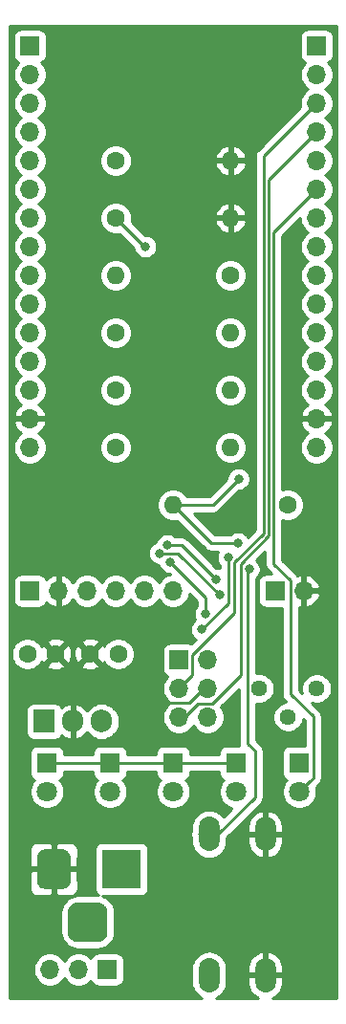
<source format=gbr>
G04 #@! TF.GenerationSoftware,KiCad,Pcbnew,(5.1.5-0)*
G04 #@! TF.CreationDate,2021-12-18T14:01:16-07:00*
G04 #@! TF.ProjectId,starman,73746172-6d61-46e2-9e6b-696361645f70,rev?*
G04 #@! TF.SameCoordinates,Original*
G04 #@! TF.FileFunction,Copper,L2,Bot*
G04 #@! TF.FilePolarity,Positive*
%FSLAX46Y46*%
G04 Gerber Fmt 4.6, Leading zero omitted, Abs format (unit mm)*
G04 Created by KiCad (PCBNEW (5.1.5-0)) date 2021-12-18 14:01:16*
%MOMM*%
%LPD*%
G04 APERTURE LIST*
%ADD10C,1.800000*%
%ADD11R,1.800000X1.800000*%
%ADD12C,1.440000*%
%ADD13O,1.600000X1.600000*%
%ADD14C,1.600000*%
%ADD15O,1.700000X1.700000*%
%ADD16R,1.700000X1.700000*%
%ADD17O,1.850000X3.048000*%
%ADD18O,1.905000X2.000000*%
%ADD19R,1.905000X2.000000*%
%ADD20C,0.100000*%
%ADD21R,3.500000X3.500000*%
%ADD22C,0.800000*%
%ADD23C,0.250000*%
%ADD24C,0.254000*%
G04 APERTURE END LIST*
D10*
X116840000Y-129540000D03*
D11*
X116840000Y-127000000D03*
D12*
X124460000Y-120396000D03*
X127000000Y-122936000D03*
X129540000Y-120396000D03*
D13*
X116840000Y-104140000D03*
D14*
X127000000Y-104140000D03*
D13*
X121920000Y-78740000D03*
D14*
X111760000Y-78740000D03*
D13*
X111760000Y-83820000D03*
D14*
X121920000Y-83820000D03*
D13*
X121920000Y-88900000D03*
D14*
X111760000Y-88900000D03*
D13*
X121920000Y-93980000D03*
D14*
X111760000Y-93980000D03*
D13*
X121920000Y-99060000D03*
D14*
X111760000Y-99060000D03*
D13*
X121920000Y-73660000D03*
D14*
X111760000Y-73660000D03*
D15*
X129540000Y-99060000D03*
X129540000Y-96520000D03*
X129540000Y-93980000D03*
X129540000Y-91440000D03*
X129540000Y-88900000D03*
X129540000Y-86360000D03*
X129540000Y-83820000D03*
X129540000Y-81280000D03*
X129540000Y-78740000D03*
X129540000Y-76200000D03*
X129540000Y-73660000D03*
X129540000Y-71120000D03*
X129540000Y-68580000D03*
X129540000Y-66040000D03*
D16*
X129540000Y-63500000D03*
D15*
X104140000Y-99060000D03*
X104140000Y-96520000D03*
X104140000Y-93980000D03*
X104140000Y-91440000D03*
X104140000Y-88900000D03*
X104140000Y-86360000D03*
X104140000Y-83820000D03*
X104140000Y-81280000D03*
X104140000Y-78740000D03*
X104140000Y-76200000D03*
X104140000Y-73660000D03*
X104140000Y-71120000D03*
X104140000Y-68580000D03*
X104140000Y-66040000D03*
D16*
X104140000Y-63500000D03*
D10*
X128016000Y-129540000D03*
D11*
X128016000Y-127000000D03*
D10*
X105664000Y-129540000D03*
D11*
X105664000Y-127000000D03*
D10*
X111252000Y-129540000D03*
D11*
X111252000Y-127000000D03*
D10*
X122428000Y-129540000D03*
D11*
X122428000Y-127000000D03*
D17*
X125015000Y-145796000D03*
X120015000Y-145796000D03*
X125015000Y-133296000D03*
X120015000Y-133296000D03*
D14*
X109474000Y-117348000D03*
X111974000Y-117348000D03*
X103926000Y-117348000D03*
X106426000Y-117348000D03*
D18*
X110490000Y-123317000D03*
X107950000Y-123317000D03*
D19*
X105410000Y-123317000D03*
D15*
X105918000Y-145288000D03*
X108458000Y-145288000D03*
D16*
X110998000Y-145288000D03*
D15*
X128397000Y-111760000D03*
D16*
X125857000Y-111760000D03*
D15*
X116840000Y-111760000D03*
X114300000Y-111760000D03*
X111760000Y-111760000D03*
X109220000Y-111760000D03*
X106680000Y-111760000D03*
D16*
X104140000Y-111760000D03*
D15*
X119888000Y-122936000D03*
X117348000Y-122936000D03*
X119888000Y-120396000D03*
X117348000Y-120396000D03*
X119888000Y-117856000D03*
D16*
X117348000Y-117856000D03*
G04 #@! TA.AperFunction,ComponentPad*
D20*
G36*
X110228765Y-139352213D02*
G01*
X110313704Y-139364813D01*
X110396999Y-139385677D01*
X110477848Y-139414605D01*
X110555472Y-139451319D01*
X110629124Y-139495464D01*
X110698094Y-139546616D01*
X110761718Y-139604282D01*
X110819384Y-139667906D01*
X110870536Y-139736876D01*
X110914681Y-139810528D01*
X110951395Y-139888152D01*
X110980323Y-139969001D01*
X111001187Y-140052296D01*
X111013787Y-140137235D01*
X111018000Y-140223000D01*
X111018000Y-141973000D01*
X111013787Y-142058765D01*
X111001187Y-142143704D01*
X110980323Y-142226999D01*
X110951395Y-142307848D01*
X110914681Y-142385472D01*
X110870536Y-142459124D01*
X110819384Y-142528094D01*
X110761718Y-142591718D01*
X110698094Y-142649384D01*
X110629124Y-142700536D01*
X110555472Y-142744681D01*
X110477848Y-142781395D01*
X110396999Y-142810323D01*
X110313704Y-142831187D01*
X110228765Y-142843787D01*
X110143000Y-142848000D01*
X108393000Y-142848000D01*
X108307235Y-142843787D01*
X108222296Y-142831187D01*
X108139001Y-142810323D01*
X108058152Y-142781395D01*
X107980528Y-142744681D01*
X107906876Y-142700536D01*
X107837906Y-142649384D01*
X107774282Y-142591718D01*
X107716616Y-142528094D01*
X107665464Y-142459124D01*
X107621319Y-142385472D01*
X107584605Y-142307848D01*
X107555677Y-142226999D01*
X107534813Y-142143704D01*
X107522213Y-142058765D01*
X107518000Y-141973000D01*
X107518000Y-140223000D01*
X107522213Y-140137235D01*
X107534813Y-140052296D01*
X107555677Y-139969001D01*
X107584605Y-139888152D01*
X107621319Y-139810528D01*
X107665464Y-139736876D01*
X107716616Y-139667906D01*
X107774282Y-139604282D01*
X107837906Y-139546616D01*
X107906876Y-139495464D01*
X107980528Y-139451319D01*
X108058152Y-139414605D01*
X108139001Y-139385677D01*
X108222296Y-139364813D01*
X108307235Y-139352213D01*
X108393000Y-139348000D01*
X110143000Y-139348000D01*
X110228765Y-139352213D01*
G37*
G04 #@! TD.AperFunction*
G04 #@! TA.AperFunction,ComponentPad*
G36*
X107091513Y-134651611D02*
G01*
X107164318Y-134662411D01*
X107235714Y-134680295D01*
X107305013Y-134705090D01*
X107371548Y-134736559D01*
X107434678Y-134774398D01*
X107493795Y-134818242D01*
X107548330Y-134867670D01*
X107597758Y-134922205D01*
X107641602Y-134981322D01*
X107679441Y-135044452D01*
X107710910Y-135110987D01*
X107735705Y-135180286D01*
X107753589Y-135251682D01*
X107764389Y-135324487D01*
X107768000Y-135398000D01*
X107768000Y-137398000D01*
X107764389Y-137471513D01*
X107753589Y-137544318D01*
X107735705Y-137615714D01*
X107710910Y-137685013D01*
X107679441Y-137751548D01*
X107641602Y-137814678D01*
X107597758Y-137873795D01*
X107548330Y-137928330D01*
X107493795Y-137977758D01*
X107434678Y-138021602D01*
X107371548Y-138059441D01*
X107305013Y-138090910D01*
X107235714Y-138115705D01*
X107164318Y-138133589D01*
X107091513Y-138144389D01*
X107018000Y-138148000D01*
X105518000Y-138148000D01*
X105444487Y-138144389D01*
X105371682Y-138133589D01*
X105300286Y-138115705D01*
X105230987Y-138090910D01*
X105164452Y-138059441D01*
X105101322Y-138021602D01*
X105042205Y-137977758D01*
X104987670Y-137928330D01*
X104938242Y-137873795D01*
X104894398Y-137814678D01*
X104856559Y-137751548D01*
X104825090Y-137685013D01*
X104800295Y-137615714D01*
X104782411Y-137544318D01*
X104771611Y-137471513D01*
X104768000Y-137398000D01*
X104768000Y-135398000D01*
X104771611Y-135324487D01*
X104782411Y-135251682D01*
X104800295Y-135180286D01*
X104825090Y-135110987D01*
X104856559Y-135044452D01*
X104894398Y-134981322D01*
X104938242Y-134922205D01*
X104987670Y-134867670D01*
X105042205Y-134818242D01*
X105101322Y-134774398D01*
X105164452Y-134736559D01*
X105230987Y-134705090D01*
X105300286Y-134680295D01*
X105371682Y-134662411D01*
X105444487Y-134651611D01*
X105518000Y-134648000D01*
X107018000Y-134648000D01*
X107091513Y-134651611D01*
G37*
G04 #@! TD.AperFunction*
D21*
X112268000Y-136398000D03*
D22*
X116324521Y-107703483D03*
X120602447Y-110728053D03*
X115867033Y-121666000D03*
X119380000Y-115189000D03*
X121719312Y-108784345D03*
X122645010Y-101854000D03*
X122589724Y-107540224D03*
X123571000Y-109855000D03*
X116586000Y-109220000D03*
X119711115Y-113809864D03*
X115637022Y-108429684D03*
X120990088Y-112141000D03*
X114390010Y-81280000D03*
D23*
X117577877Y-107703483D02*
X116324521Y-107703483D01*
X120602447Y-110728053D02*
X117577877Y-107703483D01*
X128915999Y-128640001D02*
X128016000Y-129540000D01*
X125741022Y-109359020D02*
X127221999Y-110839997D01*
X129241001Y-122891001D02*
X129241001Y-128314999D01*
X127221999Y-110839997D02*
X127221999Y-120871999D01*
X125741022Y-79998978D02*
X125741022Y-109359020D01*
X129241001Y-128314999D02*
X128915999Y-128640001D01*
X127221999Y-120871999D02*
X129241001Y-122891001D01*
X129540000Y-76200000D02*
X125741022Y-79998978D01*
X119888000Y-120396000D02*
X119507000Y-120396000D01*
X118237000Y-121666000D02*
X115867033Y-121666000D01*
X119507000Y-120396000D02*
X118237000Y-121666000D01*
X129159000Y-93980000D02*
X129540000Y-93980000D01*
X121719312Y-112849688D02*
X121719312Y-108784345D01*
X119380000Y-115189000D02*
X121719312Y-112849688D01*
X117856000Y-122936000D02*
X119062500Y-121729500D01*
X125291011Y-106871487D02*
X125291011Y-75368989D01*
X119062500Y-121729500D02*
X120293502Y-121729500D01*
X117348000Y-122936000D02*
X117856000Y-122936000D01*
X122809000Y-119214002D02*
X122809000Y-109353498D01*
X120293502Y-121729500D02*
X122809000Y-119214002D01*
X122809000Y-109353498D02*
X125291011Y-106871487D01*
X125291011Y-75368989D02*
X128690001Y-71969999D01*
X128690001Y-71969999D02*
X129540000Y-71120000D01*
X116840000Y-104140000D02*
X120359010Y-104140000D01*
X120359010Y-104140000D02*
X122645010Y-101854000D01*
X120240224Y-107540224D02*
X122589724Y-107540224D01*
X116840000Y-104140000D02*
X120240224Y-107540224D01*
X123414999Y-110011001D02*
X123571000Y-109855000D01*
X123414999Y-125270498D02*
X123414999Y-110011001D01*
X124079000Y-125934499D02*
X123414999Y-125270498D01*
X124079000Y-130048000D02*
X124079000Y-125934499D01*
X120831000Y-133296000D02*
X124079000Y-130048000D01*
X119126000Y-133296000D02*
X120831000Y-133296000D01*
X124841000Y-106685087D02*
X122268988Y-109257099D01*
X122268988Y-109257099D02*
X122268988Y-113697012D01*
X122268988Y-113697012D02*
X118523001Y-117442999D01*
X118523001Y-117442999D02*
X118523001Y-119220999D01*
X129540000Y-68580000D02*
X124841000Y-73279000D01*
X118523001Y-119220999D02*
X117348000Y-120396000D01*
X124841000Y-73279000D02*
X124841000Y-106685087D01*
X119711115Y-112345115D02*
X119711115Y-113809864D01*
X116586000Y-109220000D02*
X119711115Y-112345115D01*
X127000000Y-104140000D02*
X127063500Y-104140000D01*
X117278772Y-108429684D02*
X120990088Y-112141000D01*
X115637022Y-108429684D02*
X117278772Y-108429684D01*
X111760000Y-78740000D02*
X114300000Y-81280000D01*
X114300000Y-81280000D02*
X114390010Y-81280000D01*
X105664000Y-127000000D02*
X122428000Y-127000000D01*
D24*
G36*
X131318000Y-147828000D02*
G01*
X125625590Y-147828000D01*
X125776094Y-147762650D01*
X126028285Y-147587889D01*
X126241536Y-147367286D01*
X126407652Y-147109319D01*
X126520249Y-146823901D01*
X126575000Y-146522000D01*
X126575000Y-145923000D01*
X125142000Y-145923000D01*
X125142000Y-145943000D01*
X124888000Y-145943000D01*
X124888000Y-145923000D01*
X123455000Y-145923000D01*
X123455000Y-146522000D01*
X123509751Y-146823901D01*
X123622348Y-147109319D01*
X123788464Y-147367286D01*
X124001715Y-147587889D01*
X124253906Y-147762650D01*
X124404410Y-147828000D01*
X120643361Y-147828000D01*
X120885883Y-147698369D01*
X121123424Y-147503424D01*
X121318369Y-147265883D01*
X121463226Y-146994875D01*
X121552428Y-146700813D01*
X121575000Y-146471636D01*
X121575000Y-145120364D01*
X121570040Y-145070000D01*
X123455000Y-145070000D01*
X123455000Y-145669000D01*
X124888000Y-145669000D01*
X124888000Y-143801517D01*
X125142000Y-143801517D01*
X125142000Y-145669000D01*
X126575000Y-145669000D01*
X126575000Y-145070000D01*
X126520249Y-144768099D01*
X126407652Y-144482681D01*
X126241536Y-144224714D01*
X126028285Y-144004111D01*
X125776094Y-143829350D01*
X125494655Y-143707147D01*
X125383664Y-143681188D01*
X125142000Y-143801517D01*
X124888000Y-143801517D01*
X124646336Y-143681188D01*
X124535345Y-143707147D01*
X124253906Y-143829350D01*
X124001715Y-144004111D01*
X123788464Y-144224714D01*
X123622348Y-144482681D01*
X123509751Y-144768099D01*
X123455000Y-145070000D01*
X121570040Y-145070000D01*
X121552428Y-144891187D01*
X121463226Y-144597125D01*
X121318369Y-144326117D01*
X121123424Y-144088576D01*
X120885882Y-143893631D01*
X120614874Y-143748774D01*
X120320812Y-143659572D01*
X120015000Y-143629452D01*
X119709187Y-143659572D01*
X119415125Y-143748774D01*
X119144117Y-143893631D01*
X118906576Y-144088576D01*
X118711631Y-144326118D01*
X118566774Y-144597126D01*
X118477572Y-144891188D01*
X118455000Y-145120365D01*
X118455000Y-146471636D01*
X118477572Y-146700813D01*
X118566774Y-146994875D01*
X118711632Y-147265883D01*
X118906577Y-147503424D01*
X119144118Y-147698369D01*
X119386640Y-147828000D01*
X102362000Y-147828000D01*
X102362000Y-145141740D01*
X104433000Y-145141740D01*
X104433000Y-145434260D01*
X104490068Y-145721158D01*
X104602010Y-145991411D01*
X104764525Y-146234632D01*
X104971368Y-146441475D01*
X105214589Y-146603990D01*
X105484842Y-146715932D01*
X105771740Y-146773000D01*
X106064260Y-146773000D01*
X106351158Y-146715932D01*
X106621411Y-146603990D01*
X106864632Y-146441475D01*
X107071475Y-146234632D01*
X107188000Y-146060240D01*
X107304525Y-146234632D01*
X107511368Y-146441475D01*
X107754589Y-146603990D01*
X108024842Y-146715932D01*
X108311740Y-146773000D01*
X108604260Y-146773000D01*
X108891158Y-146715932D01*
X109161411Y-146603990D01*
X109404632Y-146441475D01*
X109536487Y-146309620D01*
X109558498Y-146382180D01*
X109617463Y-146492494D01*
X109696815Y-146589185D01*
X109793506Y-146668537D01*
X109903820Y-146727502D01*
X110023518Y-146763812D01*
X110148000Y-146776072D01*
X111848000Y-146776072D01*
X111972482Y-146763812D01*
X112092180Y-146727502D01*
X112202494Y-146668537D01*
X112299185Y-146589185D01*
X112378537Y-146492494D01*
X112437502Y-146382180D01*
X112473812Y-146262482D01*
X112486072Y-146138000D01*
X112486072Y-144438000D01*
X112473812Y-144313518D01*
X112437502Y-144193820D01*
X112378537Y-144083506D01*
X112299185Y-143986815D01*
X112202494Y-143907463D01*
X112092180Y-143848498D01*
X111972482Y-143812188D01*
X111848000Y-143799928D01*
X110148000Y-143799928D01*
X110023518Y-143812188D01*
X109903820Y-143848498D01*
X109793506Y-143907463D01*
X109696815Y-143986815D01*
X109617463Y-144083506D01*
X109558498Y-144193820D01*
X109536487Y-144266380D01*
X109404632Y-144134525D01*
X109161411Y-143972010D01*
X108891158Y-143860068D01*
X108604260Y-143803000D01*
X108311740Y-143803000D01*
X108024842Y-143860068D01*
X107754589Y-143972010D01*
X107511368Y-144134525D01*
X107304525Y-144341368D01*
X107188000Y-144515760D01*
X107071475Y-144341368D01*
X106864632Y-144134525D01*
X106621411Y-143972010D01*
X106351158Y-143860068D01*
X106064260Y-143803000D01*
X105771740Y-143803000D01*
X105484842Y-143860068D01*
X105214589Y-143972010D01*
X104971368Y-144134525D01*
X104764525Y-144341368D01*
X104602010Y-144584589D01*
X104490068Y-144854842D01*
X104433000Y-145141740D01*
X102362000Y-145141740D01*
X102362000Y-140223000D01*
X106879928Y-140223000D01*
X106879928Y-141973000D01*
X106909001Y-142268186D01*
X106995104Y-142552028D01*
X107134927Y-142813618D01*
X107323097Y-143042903D01*
X107552382Y-143231073D01*
X107813972Y-143370896D01*
X108097814Y-143456999D01*
X108393000Y-143486072D01*
X110143000Y-143486072D01*
X110438186Y-143456999D01*
X110722028Y-143370896D01*
X110983618Y-143231073D01*
X111212903Y-143042903D01*
X111401073Y-142813618D01*
X111540896Y-142552028D01*
X111626999Y-142268186D01*
X111656072Y-141973000D01*
X111656072Y-140223000D01*
X111626999Y-139927814D01*
X111540896Y-139643972D01*
X111401073Y-139382382D01*
X111212903Y-139153097D01*
X110983618Y-138964927D01*
X110722028Y-138825104D01*
X110593357Y-138786072D01*
X114018000Y-138786072D01*
X114142482Y-138773812D01*
X114262180Y-138737502D01*
X114372494Y-138678537D01*
X114469185Y-138599185D01*
X114548537Y-138502494D01*
X114607502Y-138392180D01*
X114643812Y-138272482D01*
X114656072Y-138148000D01*
X114656072Y-134648000D01*
X114643812Y-134523518D01*
X114607502Y-134403820D01*
X114548537Y-134293506D01*
X114469185Y-134196815D01*
X114372494Y-134117463D01*
X114262180Y-134058498D01*
X114142482Y-134022188D01*
X114018000Y-134009928D01*
X110518000Y-134009928D01*
X110393518Y-134022188D01*
X110273820Y-134058498D01*
X110163506Y-134117463D01*
X110066815Y-134196815D01*
X109987463Y-134293506D01*
X109928498Y-134403820D01*
X109892188Y-134523518D01*
X109879928Y-134648000D01*
X109879928Y-138148000D01*
X109892188Y-138272482D01*
X109928498Y-138392180D01*
X109987463Y-138502494D01*
X110066815Y-138599185D01*
X110163506Y-138678537D01*
X110240131Y-138719494D01*
X110143000Y-138709928D01*
X108393000Y-138709928D01*
X108097814Y-138739001D01*
X107813972Y-138825104D01*
X107552382Y-138964927D01*
X107323097Y-139153097D01*
X107134927Y-139382382D01*
X106995104Y-139643972D01*
X106909001Y-139927814D01*
X106879928Y-140223000D01*
X102362000Y-140223000D01*
X102362000Y-138148000D01*
X104129928Y-138148000D01*
X104142188Y-138272482D01*
X104178498Y-138392180D01*
X104237463Y-138502494D01*
X104316815Y-138599185D01*
X104413506Y-138678537D01*
X104523820Y-138737502D01*
X104643518Y-138773812D01*
X104768000Y-138786072D01*
X105982250Y-138783000D01*
X106141000Y-138624250D01*
X106141000Y-136525000D01*
X106395000Y-136525000D01*
X106395000Y-138624250D01*
X106553750Y-138783000D01*
X107768000Y-138786072D01*
X107892482Y-138773812D01*
X108012180Y-138737502D01*
X108122494Y-138678537D01*
X108219185Y-138599185D01*
X108298537Y-138502494D01*
X108357502Y-138392180D01*
X108393812Y-138272482D01*
X108406072Y-138148000D01*
X108403000Y-136683750D01*
X108244250Y-136525000D01*
X106395000Y-136525000D01*
X106141000Y-136525000D01*
X104291750Y-136525000D01*
X104133000Y-136683750D01*
X104129928Y-138148000D01*
X102362000Y-138148000D01*
X102362000Y-134648000D01*
X104129928Y-134648000D01*
X104133000Y-136112250D01*
X104291750Y-136271000D01*
X106141000Y-136271000D01*
X106141000Y-134171750D01*
X106395000Y-134171750D01*
X106395000Y-136271000D01*
X108244250Y-136271000D01*
X108403000Y-136112250D01*
X108406072Y-134648000D01*
X108393812Y-134523518D01*
X108357502Y-134403820D01*
X108298537Y-134293506D01*
X108219185Y-134196815D01*
X108122494Y-134117463D01*
X108012180Y-134058498D01*
X107892482Y-134022188D01*
X107768000Y-134009928D01*
X106553750Y-134013000D01*
X106395000Y-134171750D01*
X106141000Y-134171750D01*
X105982250Y-134013000D01*
X104768000Y-134009928D01*
X104643518Y-134022188D01*
X104523820Y-134058498D01*
X104413506Y-134117463D01*
X104316815Y-134196815D01*
X104237463Y-134293506D01*
X104178498Y-134403820D01*
X104142188Y-134523518D01*
X104129928Y-134648000D01*
X102362000Y-134648000D01*
X102362000Y-126100000D01*
X104125928Y-126100000D01*
X104125928Y-127900000D01*
X104138188Y-128024482D01*
X104174498Y-128144180D01*
X104233463Y-128254494D01*
X104312815Y-128351185D01*
X104409506Y-128430537D01*
X104519820Y-128489502D01*
X104538127Y-128495056D01*
X104471688Y-128561495D01*
X104303701Y-128812905D01*
X104187989Y-129092257D01*
X104129000Y-129388816D01*
X104129000Y-129691184D01*
X104187989Y-129987743D01*
X104303701Y-130267095D01*
X104471688Y-130518505D01*
X104685495Y-130732312D01*
X104936905Y-130900299D01*
X105216257Y-131016011D01*
X105512816Y-131075000D01*
X105815184Y-131075000D01*
X106111743Y-131016011D01*
X106391095Y-130900299D01*
X106642505Y-130732312D01*
X106856312Y-130518505D01*
X107024299Y-130267095D01*
X107140011Y-129987743D01*
X107199000Y-129691184D01*
X107199000Y-129388816D01*
X107140011Y-129092257D01*
X107024299Y-128812905D01*
X106856312Y-128561495D01*
X106789873Y-128495056D01*
X106808180Y-128489502D01*
X106918494Y-128430537D01*
X107015185Y-128351185D01*
X107094537Y-128254494D01*
X107153502Y-128144180D01*
X107189812Y-128024482D01*
X107202072Y-127900000D01*
X107202072Y-127760000D01*
X109713928Y-127760000D01*
X109713928Y-127900000D01*
X109726188Y-128024482D01*
X109762498Y-128144180D01*
X109821463Y-128254494D01*
X109900815Y-128351185D01*
X109997506Y-128430537D01*
X110107820Y-128489502D01*
X110126127Y-128495056D01*
X110059688Y-128561495D01*
X109891701Y-128812905D01*
X109775989Y-129092257D01*
X109717000Y-129388816D01*
X109717000Y-129691184D01*
X109775989Y-129987743D01*
X109891701Y-130267095D01*
X110059688Y-130518505D01*
X110273495Y-130732312D01*
X110524905Y-130900299D01*
X110804257Y-131016011D01*
X111100816Y-131075000D01*
X111403184Y-131075000D01*
X111699743Y-131016011D01*
X111979095Y-130900299D01*
X112230505Y-130732312D01*
X112444312Y-130518505D01*
X112612299Y-130267095D01*
X112728011Y-129987743D01*
X112787000Y-129691184D01*
X112787000Y-129388816D01*
X112728011Y-129092257D01*
X112612299Y-128812905D01*
X112444312Y-128561495D01*
X112377873Y-128495056D01*
X112396180Y-128489502D01*
X112506494Y-128430537D01*
X112603185Y-128351185D01*
X112682537Y-128254494D01*
X112741502Y-128144180D01*
X112777812Y-128024482D01*
X112790072Y-127900000D01*
X112790072Y-127760000D01*
X115301928Y-127760000D01*
X115301928Y-127900000D01*
X115314188Y-128024482D01*
X115350498Y-128144180D01*
X115409463Y-128254494D01*
X115488815Y-128351185D01*
X115585506Y-128430537D01*
X115695820Y-128489502D01*
X115714127Y-128495056D01*
X115647688Y-128561495D01*
X115479701Y-128812905D01*
X115363989Y-129092257D01*
X115305000Y-129388816D01*
X115305000Y-129691184D01*
X115363989Y-129987743D01*
X115479701Y-130267095D01*
X115647688Y-130518505D01*
X115861495Y-130732312D01*
X116112905Y-130900299D01*
X116392257Y-131016011D01*
X116688816Y-131075000D01*
X116991184Y-131075000D01*
X117287743Y-131016011D01*
X117567095Y-130900299D01*
X117818505Y-130732312D01*
X118032312Y-130518505D01*
X118200299Y-130267095D01*
X118316011Y-129987743D01*
X118375000Y-129691184D01*
X118375000Y-129388816D01*
X118316011Y-129092257D01*
X118200299Y-128812905D01*
X118032312Y-128561495D01*
X117965873Y-128495056D01*
X117984180Y-128489502D01*
X118094494Y-128430537D01*
X118191185Y-128351185D01*
X118270537Y-128254494D01*
X118329502Y-128144180D01*
X118365812Y-128024482D01*
X118378072Y-127900000D01*
X118378072Y-127760000D01*
X120889928Y-127760000D01*
X120889928Y-127900000D01*
X120902188Y-128024482D01*
X120938498Y-128144180D01*
X120997463Y-128254494D01*
X121076815Y-128351185D01*
X121173506Y-128430537D01*
X121283820Y-128489502D01*
X121302127Y-128495056D01*
X121235688Y-128561495D01*
X121067701Y-128812905D01*
X120951989Y-129092257D01*
X120893000Y-129388816D01*
X120893000Y-129691184D01*
X120951989Y-129987743D01*
X121067701Y-130267095D01*
X121235688Y-130518505D01*
X121449495Y-130732312D01*
X121700905Y-130900299D01*
X121980257Y-131016011D01*
X122026908Y-131025290D01*
X121276770Y-131775429D01*
X121123424Y-131588576D01*
X120885882Y-131393631D01*
X120614874Y-131248774D01*
X120320812Y-131159572D01*
X120015000Y-131129452D01*
X119709187Y-131159572D01*
X119415125Y-131248774D01*
X119144117Y-131393631D01*
X118906576Y-131588576D01*
X118711631Y-131826118D01*
X118566774Y-132097126D01*
X118477572Y-132391188D01*
X118455000Y-132620365D01*
X118455000Y-132939123D01*
X118420454Y-133003753D01*
X118376997Y-133147014D01*
X118362323Y-133296000D01*
X118376997Y-133444986D01*
X118420454Y-133588247D01*
X118455000Y-133652877D01*
X118455000Y-133971636D01*
X118477572Y-134200813D01*
X118566774Y-134494875D01*
X118711632Y-134765883D01*
X118906577Y-135003424D01*
X119144118Y-135198369D01*
X119415126Y-135343226D01*
X119709188Y-135432428D01*
X120015000Y-135462548D01*
X120320813Y-135432428D01*
X120614875Y-135343226D01*
X120885883Y-135198369D01*
X121123424Y-135003424D01*
X121318369Y-134765883D01*
X121463226Y-134494875D01*
X121552428Y-134200813D01*
X121575000Y-133971636D01*
X121575000Y-133626801D01*
X121778801Y-133423000D01*
X123455000Y-133423000D01*
X123455000Y-134022000D01*
X123509751Y-134323901D01*
X123622348Y-134609319D01*
X123788464Y-134867286D01*
X124001715Y-135087889D01*
X124253906Y-135262650D01*
X124535345Y-135384853D01*
X124646336Y-135410812D01*
X124888000Y-135290483D01*
X124888000Y-133423000D01*
X125142000Y-133423000D01*
X125142000Y-135290483D01*
X125383664Y-135410812D01*
X125494655Y-135384853D01*
X125776094Y-135262650D01*
X126028285Y-135087889D01*
X126241536Y-134867286D01*
X126407652Y-134609319D01*
X126520249Y-134323901D01*
X126575000Y-134022000D01*
X126575000Y-133423000D01*
X125142000Y-133423000D01*
X124888000Y-133423000D01*
X123455000Y-133423000D01*
X121778801Y-133423000D01*
X122631801Y-132570000D01*
X123455000Y-132570000D01*
X123455000Y-133169000D01*
X124888000Y-133169000D01*
X124888000Y-131301517D01*
X125142000Y-131301517D01*
X125142000Y-133169000D01*
X126575000Y-133169000D01*
X126575000Y-132570000D01*
X126520249Y-132268099D01*
X126407652Y-131982681D01*
X126241536Y-131724714D01*
X126028285Y-131504111D01*
X125776094Y-131329350D01*
X125494655Y-131207147D01*
X125383664Y-131181188D01*
X125142000Y-131301517D01*
X124888000Y-131301517D01*
X124646336Y-131181188D01*
X124535345Y-131207147D01*
X124253906Y-131329350D01*
X124001715Y-131504111D01*
X123788464Y-131724714D01*
X123622348Y-131982681D01*
X123509751Y-132268099D01*
X123455000Y-132570000D01*
X122631801Y-132570000D01*
X124590004Y-130611798D01*
X124619001Y-130588001D01*
X124713974Y-130472276D01*
X124784546Y-130340247D01*
X124828003Y-130196986D01*
X124839000Y-130085333D01*
X124839000Y-130085325D01*
X124842676Y-130048000D01*
X124839000Y-130010675D01*
X124839000Y-125971821D01*
X124842676Y-125934498D01*
X124839000Y-125897175D01*
X124839000Y-125897166D01*
X124828003Y-125785513D01*
X124784546Y-125642252D01*
X124713974Y-125510223D01*
X124619001Y-125394498D01*
X124590002Y-125370699D01*
X124174999Y-124955697D01*
X124174999Y-121720856D01*
X124326544Y-121751000D01*
X124593456Y-121751000D01*
X124855239Y-121698928D01*
X125101833Y-121596785D01*
X125323762Y-121448497D01*
X125512497Y-121259762D01*
X125660785Y-121037833D01*
X125762928Y-120791239D01*
X125815000Y-120529456D01*
X125815000Y-120262544D01*
X125762928Y-120000761D01*
X125660785Y-119754167D01*
X125512497Y-119532238D01*
X125323762Y-119343503D01*
X125101833Y-119195215D01*
X124855239Y-119093072D01*
X124593456Y-119041000D01*
X124326544Y-119041000D01*
X124174999Y-119071144D01*
X124174999Y-110696205D01*
X124230774Y-110658937D01*
X124374937Y-110514774D01*
X124488205Y-110345256D01*
X124566226Y-110156898D01*
X124606000Y-109956939D01*
X124606000Y-109753061D01*
X124566226Y-109553102D01*
X124488205Y-109364744D01*
X124374937Y-109195226D01*
X124230774Y-109051063D01*
X124204076Y-109033224D01*
X124981023Y-108256277D01*
X124981023Y-109321687D01*
X124977346Y-109359020D01*
X124992020Y-109508005D01*
X125035476Y-109651266D01*
X125106048Y-109783296D01*
X125136908Y-109820898D01*
X125201022Y-109899021D01*
X125230020Y-109922819D01*
X125579129Y-110271928D01*
X125007000Y-110271928D01*
X124882518Y-110284188D01*
X124762820Y-110320498D01*
X124652506Y-110379463D01*
X124555815Y-110458815D01*
X124476463Y-110555506D01*
X124417498Y-110665820D01*
X124381188Y-110785518D01*
X124368928Y-110910000D01*
X124368928Y-112610000D01*
X124381188Y-112734482D01*
X124417498Y-112854180D01*
X124476463Y-112964494D01*
X124555815Y-113061185D01*
X124652506Y-113140537D01*
X124762820Y-113199502D01*
X124882518Y-113235812D01*
X125007000Y-113248072D01*
X126461999Y-113248072D01*
X126462000Y-120834667D01*
X126458323Y-120871999D01*
X126472997Y-121020984D01*
X126516453Y-121164245D01*
X126587025Y-121296275D01*
X126625070Y-121342632D01*
X126681999Y-121412000D01*
X126710997Y-121435798D01*
X126857915Y-121582716D01*
X126604761Y-121633072D01*
X126358167Y-121735215D01*
X126136238Y-121883503D01*
X125947503Y-122072238D01*
X125799215Y-122294167D01*
X125697072Y-122540761D01*
X125645000Y-122802544D01*
X125645000Y-123069456D01*
X125697072Y-123331239D01*
X125799215Y-123577833D01*
X125947503Y-123799762D01*
X126136238Y-123988497D01*
X126358167Y-124136785D01*
X126604761Y-124238928D01*
X126866544Y-124291000D01*
X127133456Y-124291000D01*
X127395239Y-124238928D01*
X127641833Y-124136785D01*
X127863762Y-123988497D01*
X128052497Y-123799762D01*
X128200785Y-123577833D01*
X128302928Y-123331239D01*
X128353284Y-123078085D01*
X128481001Y-123205803D01*
X128481001Y-125461928D01*
X127116000Y-125461928D01*
X126991518Y-125474188D01*
X126871820Y-125510498D01*
X126761506Y-125569463D01*
X126664815Y-125648815D01*
X126585463Y-125745506D01*
X126526498Y-125855820D01*
X126490188Y-125975518D01*
X126477928Y-126100000D01*
X126477928Y-127900000D01*
X126490188Y-128024482D01*
X126526498Y-128144180D01*
X126585463Y-128254494D01*
X126664815Y-128351185D01*
X126761506Y-128430537D01*
X126871820Y-128489502D01*
X126890127Y-128495056D01*
X126823688Y-128561495D01*
X126655701Y-128812905D01*
X126539989Y-129092257D01*
X126481000Y-129388816D01*
X126481000Y-129691184D01*
X126539989Y-129987743D01*
X126655701Y-130267095D01*
X126823688Y-130518505D01*
X127037495Y-130732312D01*
X127288905Y-130900299D01*
X127568257Y-131016011D01*
X127864816Y-131075000D01*
X128167184Y-131075000D01*
X128463743Y-131016011D01*
X128743095Y-130900299D01*
X128994505Y-130732312D01*
X129208312Y-130518505D01*
X129376299Y-130267095D01*
X129492011Y-129987743D01*
X129551000Y-129691184D01*
X129551000Y-129388816D01*
X129499731Y-129131070D01*
X129751998Y-128878803D01*
X129781002Y-128855000D01*
X129875975Y-128739275D01*
X129946547Y-128607246D01*
X129990004Y-128463985D01*
X130001001Y-128352332D01*
X130001001Y-128352323D01*
X130004677Y-128315000D01*
X130001001Y-128277677D01*
X130001001Y-122928323D01*
X130004677Y-122891000D01*
X130001001Y-122853678D01*
X130001001Y-122853668D01*
X129990004Y-122742015D01*
X129946547Y-122598754D01*
X129900028Y-122511724D01*
X129875975Y-122466724D01*
X129804800Y-122379998D01*
X129781002Y-122351000D01*
X129752005Y-122327203D01*
X129108858Y-121684056D01*
X129144761Y-121698928D01*
X129406544Y-121751000D01*
X129673456Y-121751000D01*
X129935239Y-121698928D01*
X130181833Y-121596785D01*
X130403762Y-121448497D01*
X130592497Y-121259762D01*
X130740785Y-121037833D01*
X130842928Y-120791239D01*
X130895000Y-120529456D01*
X130895000Y-120262544D01*
X130842928Y-120000761D01*
X130740785Y-119754167D01*
X130592497Y-119532238D01*
X130403762Y-119343503D01*
X130181833Y-119195215D01*
X129935239Y-119093072D01*
X129673456Y-119041000D01*
X129406544Y-119041000D01*
X129144761Y-119093072D01*
X128898167Y-119195215D01*
X128676238Y-119343503D01*
X128487503Y-119532238D01*
X128339215Y-119754167D01*
X128237072Y-120000761D01*
X128185000Y-120262544D01*
X128185000Y-120529456D01*
X128237072Y-120791239D01*
X128251944Y-120827143D01*
X127981999Y-120557198D01*
X127981999Y-113183850D01*
X128040110Y-113201476D01*
X128270000Y-113080155D01*
X128270000Y-111887000D01*
X128524000Y-111887000D01*
X128524000Y-113080155D01*
X128753890Y-113201476D01*
X128901099Y-113156825D01*
X129163920Y-113031641D01*
X129397269Y-112857588D01*
X129592178Y-112641355D01*
X129741157Y-112391252D01*
X129838481Y-112116891D01*
X129717814Y-111887000D01*
X128524000Y-111887000D01*
X128270000Y-111887000D01*
X128250000Y-111887000D01*
X128250000Y-111633000D01*
X128270000Y-111633000D01*
X128270000Y-110439845D01*
X128524000Y-110439845D01*
X128524000Y-111633000D01*
X129717814Y-111633000D01*
X129838481Y-111403109D01*
X129741157Y-111128748D01*
X129592178Y-110878645D01*
X129397269Y-110662412D01*
X129163920Y-110488359D01*
X128901099Y-110363175D01*
X128753890Y-110318524D01*
X128524000Y-110439845D01*
X128270000Y-110439845D01*
X128040110Y-110318524D01*
X127892901Y-110363175D01*
X127836066Y-110390246D01*
X127762000Y-110299996D01*
X127733003Y-110276199D01*
X126501022Y-109044219D01*
X126501022Y-105486549D01*
X126581426Y-105519853D01*
X126858665Y-105575000D01*
X127141335Y-105575000D01*
X127418574Y-105519853D01*
X127679727Y-105411680D01*
X127914759Y-105254637D01*
X128114637Y-105054759D01*
X128271680Y-104819727D01*
X128379853Y-104558574D01*
X128435000Y-104281335D01*
X128435000Y-103998665D01*
X128379853Y-103721426D01*
X128271680Y-103460273D01*
X128114637Y-103225241D01*
X127914759Y-103025363D01*
X127679727Y-102868320D01*
X127418574Y-102760147D01*
X127141335Y-102705000D01*
X126858665Y-102705000D01*
X126581426Y-102760147D01*
X126501022Y-102793451D01*
X126501022Y-98913740D01*
X128055000Y-98913740D01*
X128055000Y-99206260D01*
X128112068Y-99493158D01*
X128224010Y-99763411D01*
X128386525Y-100006632D01*
X128593368Y-100213475D01*
X128836589Y-100375990D01*
X129106842Y-100487932D01*
X129393740Y-100545000D01*
X129686260Y-100545000D01*
X129973158Y-100487932D01*
X130243411Y-100375990D01*
X130486632Y-100213475D01*
X130693475Y-100006632D01*
X130855990Y-99763411D01*
X130967932Y-99493158D01*
X131025000Y-99206260D01*
X131025000Y-98913740D01*
X130967932Y-98626842D01*
X130855990Y-98356589D01*
X130693475Y-98113368D01*
X130486632Y-97906525D01*
X130304466Y-97784805D01*
X130421355Y-97715178D01*
X130637588Y-97520269D01*
X130811641Y-97286920D01*
X130936825Y-97024099D01*
X130981476Y-96876890D01*
X130860155Y-96647000D01*
X129667000Y-96647000D01*
X129667000Y-96667000D01*
X129413000Y-96667000D01*
X129413000Y-96647000D01*
X128219845Y-96647000D01*
X128098524Y-96876890D01*
X128143175Y-97024099D01*
X128268359Y-97286920D01*
X128442412Y-97520269D01*
X128658645Y-97715178D01*
X128775534Y-97784805D01*
X128593368Y-97906525D01*
X128386525Y-98113368D01*
X128224010Y-98356589D01*
X128112068Y-98626842D01*
X128055000Y-98913740D01*
X126501022Y-98913740D01*
X126501022Y-80313779D01*
X128055000Y-78759801D01*
X128055000Y-78886260D01*
X128112068Y-79173158D01*
X128224010Y-79443411D01*
X128386525Y-79686632D01*
X128593368Y-79893475D01*
X128767760Y-80010000D01*
X128593368Y-80126525D01*
X128386525Y-80333368D01*
X128224010Y-80576589D01*
X128112068Y-80846842D01*
X128055000Y-81133740D01*
X128055000Y-81426260D01*
X128112068Y-81713158D01*
X128224010Y-81983411D01*
X128386525Y-82226632D01*
X128593368Y-82433475D01*
X128767760Y-82550000D01*
X128593368Y-82666525D01*
X128386525Y-82873368D01*
X128224010Y-83116589D01*
X128112068Y-83386842D01*
X128055000Y-83673740D01*
X128055000Y-83966260D01*
X128112068Y-84253158D01*
X128224010Y-84523411D01*
X128386525Y-84766632D01*
X128593368Y-84973475D01*
X128767760Y-85090000D01*
X128593368Y-85206525D01*
X128386525Y-85413368D01*
X128224010Y-85656589D01*
X128112068Y-85926842D01*
X128055000Y-86213740D01*
X128055000Y-86506260D01*
X128112068Y-86793158D01*
X128224010Y-87063411D01*
X128386525Y-87306632D01*
X128593368Y-87513475D01*
X128767760Y-87630000D01*
X128593368Y-87746525D01*
X128386525Y-87953368D01*
X128224010Y-88196589D01*
X128112068Y-88466842D01*
X128055000Y-88753740D01*
X128055000Y-89046260D01*
X128112068Y-89333158D01*
X128224010Y-89603411D01*
X128386525Y-89846632D01*
X128593368Y-90053475D01*
X128767760Y-90170000D01*
X128593368Y-90286525D01*
X128386525Y-90493368D01*
X128224010Y-90736589D01*
X128112068Y-91006842D01*
X128055000Y-91293740D01*
X128055000Y-91586260D01*
X128112068Y-91873158D01*
X128224010Y-92143411D01*
X128386525Y-92386632D01*
X128593368Y-92593475D01*
X128767760Y-92710000D01*
X128593368Y-92826525D01*
X128386525Y-93033368D01*
X128224010Y-93276589D01*
X128112068Y-93546842D01*
X128055000Y-93833740D01*
X128055000Y-94126260D01*
X128112068Y-94413158D01*
X128224010Y-94683411D01*
X128386525Y-94926632D01*
X128593368Y-95133475D01*
X128775534Y-95255195D01*
X128658645Y-95324822D01*
X128442412Y-95519731D01*
X128268359Y-95753080D01*
X128143175Y-96015901D01*
X128098524Y-96163110D01*
X128219845Y-96393000D01*
X129413000Y-96393000D01*
X129413000Y-96373000D01*
X129667000Y-96373000D01*
X129667000Y-96393000D01*
X130860155Y-96393000D01*
X130981476Y-96163110D01*
X130936825Y-96015901D01*
X130811641Y-95753080D01*
X130637588Y-95519731D01*
X130421355Y-95324822D01*
X130304466Y-95255195D01*
X130486632Y-95133475D01*
X130693475Y-94926632D01*
X130855990Y-94683411D01*
X130967932Y-94413158D01*
X131025000Y-94126260D01*
X131025000Y-93833740D01*
X130967932Y-93546842D01*
X130855990Y-93276589D01*
X130693475Y-93033368D01*
X130486632Y-92826525D01*
X130312240Y-92710000D01*
X130486632Y-92593475D01*
X130693475Y-92386632D01*
X130855990Y-92143411D01*
X130967932Y-91873158D01*
X131025000Y-91586260D01*
X131025000Y-91293740D01*
X130967932Y-91006842D01*
X130855990Y-90736589D01*
X130693475Y-90493368D01*
X130486632Y-90286525D01*
X130312240Y-90170000D01*
X130486632Y-90053475D01*
X130693475Y-89846632D01*
X130855990Y-89603411D01*
X130967932Y-89333158D01*
X131025000Y-89046260D01*
X131025000Y-88753740D01*
X130967932Y-88466842D01*
X130855990Y-88196589D01*
X130693475Y-87953368D01*
X130486632Y-87746525D01*
X130312240Y-87630000D01*
X130486632Y-87513475D01*
X130693475Y-87306632D01*
X130855990Y-87063411D01*
X130967932Y-86793158D01*
X131025000Y-86506260D01*
X131025000Y-86213740D01*
X130967932Y-85926842D01*
X130855990Y-85656589D01*
X130693475Y-85413368D01*
X130486632Y-85206525D01*
X130312240Y-85090000D01*
X130486632Y-84973475D01*
X130693475Y-84766632D01*
X130855990Y-84523411D01*
X130967932Y-84253158D01*
X131025000Y-83966260D01*
X131025000Y-83673740D01*
X130967932Y-83386842D01*
X130855990Y-83116589D01*
X130693475Y-82873368D01*
X130486632Y-82666525D01*
X130312240Y-82550000D01*
X130486632Y-82433475D01*
X130693475Y-82226632D01*
X130855990Y-81983411D01*
X130967932Y-81713158D01*
X131025000Y-81426260D01*
X131025000Y-81133740D01*
X130967932Y-80846842D01*
X130855990Y-80576589D01*
X130693475Y-80333368D01*
X130486632Y-80126525D01*
X130312240Y-80010000D01*
X130486632Y-79893475D01*
X130693475Y-79686632D01*
X130855990Y-79443411D01*
X130967932Y-79173158D01*
X131025000Y-78886260D01*
X131025000Y-78593740D01*
X130967932Y-78306842D01*
X130855990Y-78036589D01*
X130693475Y-77793368D01*
X130486632Y-77586525D01*
X130312240Y-77470000D01*
X130486632Y-77353475D01*
X130693475Y-77146632D01*
X130855990Y-76903411D01*
X130967932Y-76633158D01*
X131025000Y-76346260D01*
X131025000Y-76053740D01*
X130967932Y-75766842D01*
X130855990Y-75496589D01*
X130693475Y-75253368D01*
X130486632Y-75046525D01*
X130312240Y-74930000D01*
X130486632Y-74813475D01*
X130693475Y-74606632D01*
X130855990Y-74363411D01*
X130967932Y-74093158D01*
X131025000Y-73806260D01*
X131025000Y-73513740D01*
X130967932Y-73226842D01*
X130855990Y-72956589D01*
X130693475Y-72713368D01*
X130486632Y-72506525D01*
X130312240Y-72390000D01*
X130486632Y-72273475D01*
X130693475Y-72066632D01*
X130855990Y-71823411D01*
X130967932Y-71553158D01*
X131025000Y-71266260D01*
X131025000Y-70973740D01*
X130967932Y-70686842D01*
X130855990Y-70416589D01*
X130693475Y-70173368D01*
X130486632Y-69966525D01*
X130312240Y-69850000D01*
X130486632Y-69733475D01*
X130693475Y-69526632D01*
X130855990Y-69283411D01*
X130967932Y-69013158D01*
X131025000Y-68726260D01*
X131025000Y-68433740D01*
X130967932Y-68146842D01*
X130855990Y-67876589D01*
X130693475Y-67633368D01*
X130486632Y-67426525D01*
X130312240Y-67310000D01*
X130486632Y-67193475D01*
X130693475Y-66986632D01*
X130855990Y-66743411D01*
X130967932Y-66473158D01*
X131025000Y-66186260D01*
X131025000Y-65893740D01*
X130967932Y-65606842D01*
X130855990Y-65336589D01*
X130693475Y-65093368D01*
X130561620Y-64961513D01*
X130634180Y-64939502D01*
X130744494Y-64880537D01*
X130841185Y-64801185D01*
X130920537Y-64704494D01*
X130979502Y-64594180D01*
X131015812Y-64474482D01*
X131028072Y-64350000D01*
X131028072Y-62650000D01*
X131015812Y-62525518D01*
X130979502Y-62405820D01*
X130920537Y-62295506D01*
X130841185Y-62198815D01*
X130744494Y-62119463D01*
X130634180Y-62060498D01*
X130514482Y-62024188D01*
X130390000Y-62011928D01*
X128690000Y-62011928D01*
X128565518Y-62024188D01*
X128445820Y-62060498D01*
X128335506Y-62119463D01*
X128238815Y-62198815D01*
X128159463Y-62295506D01*
X128100498Y-62405820D01*
X128064188Y-62525518D01*
X128051928Y-62650000D01*
X128051928Y-64350000D01*
X128064188Y-64474482D01*
X128100498Y-64594180D01*
X128159463Y-64704494D01*
X128238815Y-64801185D01*
X128335506Y-64880537D01*
X128445820Y-64939502D01*
X128518380Y-64961513D01*
X128386525Y-65093368D01*
X128224010Y-65336589D01*
X128112068Y-65606842D01*
X128055000Y-65893740D01*
X128055000Y-66186260D01*
X128112068Y-66473158D01*
X128224010Y-66743411D01*
X128386525Y-66986632D01*
X128593368Y-67193475D01*
X128767760Y-67310000D01*
X128593368Y-67426525D01*
X128386525Y-67633368D01*
X128224010Y-67876589D01*
X128112068Y-68146842D01*
X128055000Y-68433740D01*
X128055000Y-68726260D01*
X128098790Y-68946408D01*
X124330003Y-72715196D01*
X124300999Y-72738999D01*
X124245871Y-72806174D01*
X124206026Y-72854724D01*
X124169756Y-72922580D01*
X124135454Y-72986754D01*
X124091997Y-73130015D01*
X124081000Y-73241668D01*
X124081000Y-73241678D01*
X124077324Y-73279000D01*
X124081000Y-73316322D01*
X124081001Y-106370284D01*
X123464627Y-106986658D01*
X123393661Y-106880450D01*
X123249498Y-106736287D01*
X123079980Y-106623019D01*
X122891622Y-106544998D01*
X122691663Y-106505224D01*
X122487785Y-106505224D01*
X122287826Y-106544998D01*
X122099468Y-106623019D01*
X121929950Y-106736287D01*
X121886013Y-106780224D01*
X120555026Y-106780224D01*
X118674801Y-104900000D01*
X120321688Y-104900000D01*
X120359010Y-104903676D01*
X120396332Y-104900000D01*
X120396343Y-104900000D01*
X120507996Y-104889003D01*
X120651257Y-104845546D01*
X120783286Y-104774974D01*
X120899011Y-104680001D01*
X120922814Y-104650997D01*
X122684812Y-102889000D01*
X122746949Y-102889000D01*
X122946908Y-102849226D01*
X123135266Y-102771205D01*
X123304784Y-102657937D01*
X123448947Y-102513774D01*
X123562215Y-102344256D01*
X123640236Y-102155898D01*
X123680010Y-101955939D01*
X123680010Y-101752061D01*
X123640236Y-101552102D01*
X123562215Y-101363744D01*
X123448947Y-101194226D01*
X123304784Y-101050063D01*
X123135266Y-100936795D01*
X122946908Y-100858774D01*
X122746949Y-100819000D01*
X122543071Y-100819000D01*
X122343112Y-100858774D01*
X122154754Y-100936795D01*
X121985236Y-101050063D01*
X121841073Y-101194226D01*
X121727805Y-101363744D01*
X121649784Y-101552102D01*
X121610010Y-101752061D01*
X121610010Y-101814198D01*
X120044209Y-103380000D01*
X118058043Y-103380000D01*
X117954637Y-103225241D01*
X117754759Y-103025363D01*
X117519727Y-102868320D01*
X117258574Y-102760147D01*
X116981335Y-102705000D01*
X116698665Y-102705000D01*
X116421426Y-102760147D01*
X116160273Y-102868320D01*
X115925241Y-103025363D01*
X115725363Y-103225241D01*
X115568320Y-103460273D01*
X115460147Y-103721426D01*
X115405000Y-103998665D01*
X115405000Y-104281335D01*
X115460147Y-104558574D01*
X115568320Y-104819727D01*
X115725363Y-105054759D01*
X115925241Y-105254637D01*
X116160273Y-105411680D01*
X116421426Y-105519853D01*
X116698665Y-105575000D01*
X116981335Y-105575000D01*
X117163887Y-105538688D01*
X119676425Y-108051227D01*
X119700223Y-108080225D01*
X119729221Y-108104023D01*
X119815947Y-108175198D01*
X119908697Y-108224774D01*
X119947977Y-108245770D01*
X120091238Y-108289227D01*
X120202891Y-108300224D01*
X120202901Y-108300224D01*
X120240224Y-108303900D01*
X120277547Y-108300224D01*
X120799566Y-108300224D01*
X120724086Y-108482447D01*
X120684312Y-108682406D01*
X120684312Y-108886284D01*
X120724086Y-109086243D01*
X120802107Y-109274601D01*
X120915375Y-109444119D01*
X120959313Y-109488057D01*
X120959313Y-109755596D01*
X120904345Y-109732827D01*
X120704386Y-109693053D01*
X120642249Y-109693053D01*
X118141681Y-107192486D01*
X118117878Y-107163482D01*
X118002153Y-107068509D01*
X117870124Y-106997937D01*
X117726863Y-106954480D01*
X117615210Y-106943483D01*
X117615199Y-106943483D01*
X117577877Y-106939807D01*
X117540555Y-106943483D01*
X117028232Y-106943483D01*
X116984295Y-106899546D01*
X116814777Y-106786278D01*
X116626419Y-106708257D01*
X116426460Y-106668483D01*
X116222582Y-106668483D01*
X116022623Y-106708257D01*
X115834265Y-106786278D01*
X115664747Y-106899546D01*
X115520584Y-107043709D01*
X115407316Y-107213227D01*
X115329295Y-107401585D01*
X115321646Y-107440041D01*
X115146766Y-107512479D01*
X114977248Y-107625747D01*
X114833085Y-107769910D01*
X114719817Y-107939428D01*
X114641796Y-108127786D01*
X114602022Y-108327745D01*
X114602022Y-108531623D01*
X114641796Y-108731582D01*
X114719817Y-108919940D01*
X114833085Y-109089458D01*
X114977248Y-109233621D01*
X115146766Y-109346889D01*
X115335124Y-109424910D01*
X115535083Y-109464684D01*
X115579394Y-109464684D01*
X115590774Y-109521898D01*
X115668795Y-109710256D01*
X115782063Y-109879774D01*
X115926226Y-110023937D01*
X116095744Y-110137205D01*
X116284102Y-110215226D01*
X116484061Y-110255000D01*
X116546199Y-110255000D01*
X116587359Y-110296161D01*
X116406842Y-110332068D01*
X116136589Y-110444010D01*
X115893368Y-110606525D01*
X115686525Y-110813368D01*
X115570000Y-110987760D01*
X115453475Y-110813368D01*
X115246632Y-110606525D01*
X115003411Y-110444010D01*
X114733158Y-110332068D01*
X114446260Y-110275000D01*
X114153740Y-110275000D01*
X113866842Y-110332068D01*
X113596589Y-110444010D01*
X113353368Y-110606525D01*
X113146525Y-110813368D01*
X113030000Y-110987760D01*
X112913475Y-110813368D01*
X112706632Y-110606525D01*
X112463411Y-110444010D01*
X112193158Y-110332068D01*
X111906260Y-110275000D01*
X111613740Y-110275000D01*
X111326842Y-110332068D01*
X111056589Y-110444010D01*
X110813368Y-110606525D01*
X110606525Y-110813368D01*
X110490000Y-110987760D01*
X110373475Y-110813368D01*
X110166632Y-110606525D01*
X109923411Y-110444010D01*
X109653158Y-110332068D01*
X109366260Y-110275000D01*
X109073740Y-110275000D01*
X108786842Y-110332068D01*
X108516589Y-110444010D01*
X108273368Y-110606525D01*
X108066525Y-110813368D01*
X107944805Y-110995534D01*
X107875178Y-110878645D01*
X107680269Y-110662412D01*
X107446920Y-110488359D01*
X107184099Y-110363175D01*
X107036890Y-110318524D01*
X106807000Y-110439845D01*
X106807000Y-111633000D01*
X106827000Y-111633000D01*
X106827000Y-111887000D01*
X106807000Y-111887000D01*
X106807000Y-113080155D01*
X107036890Y-113201476D01*
X107184099Y-113156825D01*
X107446920Y-113031641D01*
X107680269Y-112857588D01*
X107875178Y-112641355D01*
X107944805Y-112524466D01*
X108066525Y-112706632D01*
X108273368Y-112913475D01*
X108516589Y-113075990D01*
X108786842Y-113187932D01*
X109073740Y-113245000D01*
X109366260Y-113245000D01*
X109653158Y-113187932D01*
X109923411Y-113075990D01*
X110166632Y-112913475D01*
X110373475Y-112706632D01*
X110490000Y-112532240D01*
X110606525Y-112706632D01*
X110813368Y-112913475D01*
X111056589Y-113075990D01*
X111326842Y-113187932D01*
X111613740Y-113245000D01*
X111906260Y-113245000D01*
X112193158Y-113187932D01*
X112463411Y-113075990D01*
X112706632Y-112913475D01*
X112913475Y-112706632D01*
X113030000Y-112532240D01*
X113146525Y-112706632D01*
X113353368Y-112913475D01*
X113596589Y-113075990D01*
X113866842Y-113187932D01*
X114153740Y-113245000D01*
X114446260Y-113245000D01*
X114733158Y-113187932D01*
X115003411Y-113075990D01*
X115246632Y-112913475D01*
X115453475Y-112706632D01*
X115570000Y-112532240D01*
X115686525Y-112706632D01*
X115893368Y-112913475D01*
X116136589Y-113075990D01*
X116406842Y-113187932D01*
X116693740Y-113245000D01*
X116986260Y-113245000D01*
X117273158Y-113187932D01*
X117543411Y-113075990D01*
X117786632Y-112913475D01*
X117993475Y-112706632D01*
X118155990Y-112463411D01*
X118267932Y-112193158D01*
X118303839Y-112012641D01*
X118951115Y-112659917D01*
X118951116Y-113106152D01*
X118907178Y-113150090D01*
X118793910Y-113319608D01*
X118715889Y-113507966D01*
X118676115Y-113707925D01*
X118676115Y-113911803D01*
X118715889Y-114111762D01*
X118793910Y-114300120D01*
X118810405Y-114324807D01*
X118720226Y-114385063D01*
X118576063Y-114529226D01*
X118462795Y-114698744D01*
X118384774Y-114887102D01*
X118345000Y-115087061D01*
X118345000Y-115290939D01*
X118384774Y-115490898D01*
X118462795Y-115679256D01*
X118576063Y-115848774D01*
X118720226Y-115992937D01*
X118826951Y-116064248D01*
X118463373Y-116427826D01*
X118442180Y-116416498D01*
X118322482Y-116380188D01*
X118198000Y-116367928D01*
X116498000Y-116367928D01*
X116373518Y-116380188D01*
X116253820Y-116416498D01*
X116143506Y-116475463D01*
X116046815Y-116554815D01*
X115967463Y-116651506D01*
X115908498Y-116761820D01*
X115872188Y-116881518D01*
X115859928Y-117006000D01*
X115859928Y-118706000D01*
X115872188Y-118830482D01*
X115908498Y-118950180D01*
X115967463Y-119060494D01*
X116046815Y-119157185D01*
X116143506Y-119236537D01*
X116253820Y-119295502D01*
X116326380Y-119317513D01*
X116194525Y-119449368D01*
X116032010Y-119692589D01*
X115920068Y-119962842D01*
X115863000Y-120249740D01*
X115863000Y-120542260D01*
X115920068Y-120829158D01*
X116032010Y-121099411D01*
X116194525Y-121342632D01*
X116401368Y-121549475D01*
X116575760Y-121666000D01*
X116401368Y-121782525D01*
X116194525Y-121989368D01*
X116032010Y-122232589D01*
X115920068Y-122502842D01*
X115863000Y-122789740D01*
X115863000Y-123082260D01*
X115920068Y-123369158D01*
X116032010Y-123639411D01*
X116194525Y-123882632D01*
X116401368Y-124089475D01*
X116644589Y-124251990D01*
X116914842Y-124363932D01*
X117201740Y-124421000D01*
X117494260Y-124421000D01*
X117781158Y-124363932D01*
X118051411Y-124251990D01*
X118294632Y-124089475D01*
X118501475Y-123882632D01*
X118618000Y-123708240D01*
X118734525Y-123882632D01*
X118941368Y-124089475D01*
X119184589Y-124251990D01*
X119454842Y-124363932D01*
X119741740Y-124421000D01*
X120034260Y-124421000D01*
X120321158Y-124363932D01*
X120591411Y-124251990D01*
X120834632Y-124089475D01*
X121041475Y-123882632D01*
X121203990Y-123639411D01*
X121315932Y-123369158D01*
X121373000Y-123082260D01*
X121373000Y-122789740D01*
X121315932Y-122502842D01*
X121203990Y-122232589D01*
X121068295Y-122029508D01*
X122654999Y-120442805D01*
X122654999Y-125233176D01*
X122651323Y-125270498D01*
X122654999Y-125307820D01*
X122654999Y-125307830D01*
X122665996Y-125419483D01*
X122678871Y-125461928D01*
X121528000Y-125461928D01*
X121403518Y-125474188D01*
X121283820Y-125510498D01*
X121173506Y-125569463D01*
X121076815Y-125648815D01*
X120997463Y-125745506D01*
X120938498Y-125855820D01*
X120902188Y-125975518D01*
X120889928Y-126100000D01*
X120889928Y-126240000D01*
X118378072Y-126240000D01*
X118378072Y-126100000D01*
X118365812Y-125975518D01*
X118329502Y-125855820D01*
X118270537Y-125745506D01*
X118191185Y-125648815D01*
X118094494Y-125569463D01*
X117984180Y-125510498D01*
X117864482Y-125474188D01*
X117740000Y-125461928D01*
X115940000Y-125461928D01*
X115815518Y-125474188D01*
X115695820Y-125510498D01*
X115585506Y-125569463D01*
X115488815Y-125648815D01*
X115409463Y-125745506D01*
X115350498Y-125855820D01*
X115314188Y-125975518D01*
X115301928Y-126100000D01*
X115301928Y-126240000D01*
X112790072Y-126240000D01*
X112790072Y-126100000D01*
X112777812Y-125975518D01*
X112741502Y-125855820D01*
X112682537Y-125745506D01*
X112603185Y-125648815D01*
X112506494Y-125569463D01*
X112396180Y-125510498D01*
X112276482Y-125474188D01*
X112152000Y-125461928D01*
X110352000Y-125461928D01*
X110227518Y-125474188D01*
X110107820Y-125510498D01*
X109997506Y-125569463D01*
X109900815Y-125648815D01*
X109821463Y-125745506D01*
X109762498Y-125855820D01*
X109726188Y-125975518D01*
X109713928Y-126100000D01*
X109713928Y-126240000D01*
X107202072Y-126240000D01*
X107202072Y-126100000D01*
X107189812Y-125975518D01*
X107153502Y-125855820D01*
X107094537Y-125745506D01*
X107015185Y-125648815D01*
X106918494Y-125569463D01*
X106808180Y-125510498D01*
X106688482Y-125474188D01*
X106564000Y-125461928D01*
X104764000Y-125461928D01*
X104639518Y-125474188D01*
X104519820Y-125510498D01*
X104409506Y-125569463D01*
X104312815Y-125648815D01*
X104233463Y-125745506D01*
X104174498Y-125855820D01*
X104138188Y-125975518D01*
X104125928Y-126100000D01*
X102362000Y-126100000D01*
X102362000Y-122317000D01*
X103819428Y-122317000D01*
X103819428Y-124317000D01*
X103831688Y-124441482D01*
X103867998Y-124561180D01*
X103926963Y-124671494D01*
X104006315Y-124768185D01*
X104103006Y-124847537D01*
X104213320Y-124906502D01*
X104333018Y-124942812D01*
X104457500Y-124955072D01*
X106362500Y-124955072D01*
X106486982Y-124942812D01*
X106606680Y-124906502D01*
X106716994Y-124847537D01*
X106813685Y-124768185D01*
X106893037Y-124671494D01*
X106942059Y-124579781D01*
X107083077Y-124692969D01*
X107358906Y-124836571D01*
X107577020Y-124907563D01*
X107823000Y-124787594D01*
X107823000Y-123444000D01*
X107803000Y-123444000D01*
X107803000Y-123190000D01*
X107823000Y-123190000D01*
X107823000Y-121846406D01*
X108077000Y-121846406D01*
X108077000Y-123190000D01*
X108097000Y-123190000D01*
X108097000Y-123444000D01*
X108077000Y-123444000D01*
X108077000Y-124787594D01*
X108322980Y-124907563D01*
X108541094Y-124836571D01*
X108816923Y-124692969D01*
X109059437Y-124498315D01*
X109214837Y-124313101D01*
X109362037Y-124492463D01*
X109603766Y-124690845D01*
X109879552Y-124838255D01*
X110178797Y-124929030D01*
X110490000Y-124959681D01*
X110801204Y-124929030D01*
X111100449Y-124838255D01*
X111376235Y-124690845D01*
X111617963Y-124492463D01*
X111816345Y-124250734D01*
X111963755Y-123974948D01*
X112054530Y-123675703D01*
X112077500Y-123442485D01*
X112077500Y-123191514D01*
X112054530Y-122958296D01*
X111963755Y-122659051D01*
X111816345Y-122383265D01*
X111617963Y-122141537D01*
X111376234Y-121943155D01*
X111100448Y-121795745D01*
X110801203Y-121704970D01*
X110490000Y-121674319D01*
X110178796Y-121704970D01*
X109879551Y-121795745D01*
X109603765Y-121943155D01*
X109362037Y-122141537D01*
X109214838Y-122320900D01*
X109059437Y-122135685D01*
X108816923Y-121941031D01*
X108541094Y-121797429D01*
X108322980Y-121726437D01*
X108077000Y-121846406D01*
X107823000Y-121846406D01*
X107577020Y-121726437D01*
X107358906Y-121797429D01*
X107083077Y-121941031D01*
X106942059Y-122054219D01*
X106893037Y-121962506D01*
X106813685Y-121865815D01*
X106716994Y-121786463D01*
X106606680Y-121727498D01*
X106486982Y-121691188D01*
X106362500Y-121678928D01*
X104457500Y-121678928D01*
X104333018Y-121691188D01*
X104213320Y-121727498D01*
X104103006Y-121786463D01*
X104006315Y-121865815D01*
X103926963Y-121962506D01*
X103867998Y-122072820D01*
X103831688Y-122192518D01*
X103819428Y-122317000D01*
X102362000Y-122317000D01*
X102362000Y-117206665D01*
X102491000Y-117206665D01*
X102491000Y-117489335D01*
X102546147Y-117766574D01*
X102654320Y-118027727D01*
X102811363Y-118262759D01*
X103011241Y-118462637D01*
X103246273Y-118619680D01*
X103507426Y-118727853D01*
X103784665Y-118783000D01*
X104067335Y-118783000D01*
X104344574Y-118727853D01*
X104605727Y-118619680D01*
X104840759Y-118462637D01*
X104962694Y-118340702D01*
X105612903Y-118340702D01*
X105684486Y-118584671D01*
X105939996Y-118705571D01*
X106214184Y-118774300D01*
X106496512Y-118788217D01*
X106776130Y-118746787D01*
X107042292Y-118651603D01*
X107167514Y-118584671D01*
X107239097Y-118340702D01*
X108660903Y-118340702D01*
X108732486Y-118584671D01*
X108987996Y-118705571D01*
X109262184Y-118774300D01*
X109544512Y-118788217D01*
X109824130Y-118746787D01*
X110090292Y-118651603D01*
X110215514Y-118584671D01*
X110287097Y-118340702D01*
X109474000Y-117527605D01*
X108660903Y-118340702D01*
X107239097Y-118340702D01*
X106426000Y-117527605D01*
X105612903Y-118340702D01*
X104962694Y-118340702D01*
X105040637Y-118262759D01*
X105174692Y-118062131D01*
X105189329Y-118089514D01*
X105433298Y-118161097D01*
X106246395Y-117348000D01*
X106605605Y-117348000D01*
X107418702Y-118161097D01*
X107662671Y-118089514D01*
X107783571Y-117834004D01*
X107852300Y-117559816D01*
X107859265Y-117418512D01*
X108033783Y-117418512D01*
X108075213Y-117698130D01*
X108170397Y-117964292D01*
X108237329Y-118089514D01*
X108481298Y-118161097D01*
X109294395Y-117348000D01*
X109653605Y-117348000D01*
X110466702Y-118161097D01*
X110710671Y-118089514D01*
X110724324Y-118060659D01*
X110859363Y-118262759D01*
X111059241Y-118462637D01*
X111294273Y-118619680D01*
X111555426Y-118727853D01*
X111832665Y-118783000D01*
X112115335Y-118783000D01*
X112392574Y-118727853D01*
X112653727Y-118619680D01*
X112888759Y-118462637D01*
X113088637Y-118262759D01*
X113245680Y-118027727D01*
X113353853Y-117766574D01*
X113409000Y-117489335D01*
X113409000Y-117206665D01*
X113353853Y-116929426D01*
X113245680Y-116668273D01*
X113088637Y-116433241D01*
X112888759Y-116233363D01*
X112653727Y-116076320D01*
X112392574Y-115968147D01*
X112115335Y-115913000D01*
X111832665Y-115913000D01*
X111555426Y-115968147D01*
X111294273Y-116076320D01*
X111059241Y-116233363D01*
X110859363Y-116433241D01*
X110725308Y-116633869D01*
X110710671Y-116606486D01*
X110466702Y-116534903D01*
X109653605Y-117348000D01*
X109294395Y-117348000D01*
X108481298Y-116534903D01*
X108237329Y-116606486D01*
X108116429Y-116861996D01*
X108047700Y-117136184D01*
X108033783Y-117418512D01*
X107859265Y-117418512D01*
X107866217Y-117277488D01*
X107824787Y-116997870D01*
X107729603Y-116731708D01*
X107662671Y-116606486D01*
X107418702Y-116534903D01*
X106605605Y-117348000D01*
X106246395Y-117348000D01*
X105433298Y-116534903D01*
X105189329Y-116606486D01*
X105175676Y-116635341D01*
X105040637Y-116433241D01*
X104962694Y-116355298D01*
X105612903Y-116355298D01*
X106426000Y-117168395D01*
X107239097Y-116355298D01*
X108660903Y-116355298D01*
X109474000Y-117168395D01*
X110287097Y-116355298D01*
X110215514Y-116111329D01*
X109960004Y-115990429D01*
X109685816Y-115921700D01*
X109403488Y-115907783D01*
X109123870Y-115949213D01*
X108857708Y-116044397D01*
X108732486Y-116111329D01*
X108660903Y-116355298D01*
X107239097Y-116355298D01*
X107167514Y-116111329D01*
X106912004Y-115990429D01*
X106637816Y-115921700D01*
X106355488Y-115907783D01*
X106075870Y-115949213D01*
X105809708Y-116044397D01*
X105684486Y-116111329D01*
X105612903Y-116355298D01*
X104962694Y-116355298D01*
X104840759Y-116233363D01*
X104605727Y-116076320D01*
X104344574Y-115968147D01*
X104067335Y-115913000D01*
X103784665Y-115913000D01*
X103507426Y-115968147D01*
X103246273Y-116076320D01*
X103011241Y-116233363D01*
X102811363Y-116433241D01*
X102654320Y-116668273D01*
X102546147Y-116929426D01*
X102491000Y-117206665D01*
X102362000Y-117206665D01*
X102362000Y-110910000D01*
X102651928Y-110910000D01*
X102651928Y-112610000D01*
X102664188Y-112734482D01*
X102700498Y-112854180D01*
X102759463Y-112964494D01*
X102838815Y-113061185D01*
X102935506Y-113140537D01*
X103045820Y-113199502D01*
X103165518Y-113235812D01*
X103290000Y-113248072D01*
X104990000Y-113248072D01*
X105114482Y-113235812D01*
X105234180Y-113199502D01*
X105344494Y-113140537D01*
X105441185Y-113061185D01*
X105520537Y-112964494D01*
X105579502Y-112854180D01*
X105603966Y-112773534D01*
X105679731Y-112857588D01*
X105913080Y-113031641D01*
X106175901Y-113156825D01*
X106323110Y-113201476D01*
X106553000Y-113080155D01*
X106553000Y-111887000D01*
X106533000Y-111887000D01*
X106533000Y-111633000D01*
X106553000Y-111633000D01*
X106553000Y-110439845D01*
X106323110Y-110318524D01*
X106175901Y-110363175D01*
X105913080Y-110488359D01*
X105679731Y-110662412D01*
X105603966Y-110746466D01*
X105579502Y-110665820D01*
X105520537Y-110555506D01*
X105441185Y-110458815D01*
X105344494Y-110379463D01*
X105234180Y-110320498D01*
X105114482Y-110284188D01*
X104990000Y-110271928D01*
X103290000Y-110271928D01*
X103165518Y-110284188D01*
X103045820Y-110320498D01*
X102935506Y-110379463D01*
X102838815Y-110458815D01*
X102759463Y-110555506D01*
X102700498Y-110665820D01*
X102664188Y-110785518D01*
X102651928Y-110910000D01*
X102362000Y-110910000D01*
X102362000Y-98913740D01*
X102655000Y-98913740D01*
X102655000Y-99206260D01*
X102712068Y-99493158D01*
X102824010Y-99763411D01*
X102986525Y-100006632D01*
X103193368Y-100213475D01*
X103436589Y-100375990D01*
X103706842Y-100487932D01*
X103993740Y-100545000D01*
X104286260Y-100545000D01*
X104573158Y-100487932D01*
X104843411Y-100375990D01*
X105086632Y-100213475D01*
X105293475Y-100006632D01*
X105455990Y-99763411D01*
X105567932Y-99493158D01*
X105625000Y-99206260D01*
X105625000Y-98918665D01*
X110325000Y-98918665D01*
X110325000Y-99201335D01*
X110380147Y-99478574D01*
X110488320Y-99739727D01*
X110645363Y-99974759D01*
X110845241Y-100174637D01*
X111080273Y-100331680D01*
X111341426Y-100439853D01*
X111618665Y-100495000D01*
X111901335Y-100495000D01*
X112178574Y-100439853D01*
X112439727Y-100331680D01*
X112674759Y-100174637D01*
X112874637Y-99974759D01*
X113031680Y-99739727D01*
X113139853Y-99478574D01*
X113195000Y-99201335D01*
X113195000Y-98918665D01*
X120485000Y-98918665D01*
X120485000Y-99201335D01*
X120540147Y-99478574D01*
X120648320Y-99739727D01*
X120805363Y-99974759D01*
X121005241Y-100174637D01*
X121240273Y-100331680D01*
X121501426Y-100439853D01*
X121778665Y-100495000D01*
X122061335Y-100495000D01*
X122338574Y-100439853D01*
X122599727Y-100331680D01*
X122834759Y-100174637D01*
X123034637Y-99974759D01*
X123191680Y-99739727D01*
X123299853Y-99478574D01*
X123355000Y-99201335D01*
X123355000Y-98918665D01*
X123299853Y-98641426D01*
X123191680Y-98380273D01*
X123034637Y-98145241D01*
X122834759Y-97945363D01*
X122599727Y-97788320D01*
X122338574Y-97680147D01*
X122061335Y-97625000D01*
X121778665Y-97625000D01*
X121501426Y-97680147D01*
X121240273Y-97788320D01*
X121005241Y-97945363D01*
X120805363Y-98145241D01*
X120648320Y-98380273D01*
X120540147Y-98641426D01*
X120485000Y-98918665D01*
X113195000Y-98918665D01*
X113139853Y-98641426D01*
X113031680Y-98380273D01*
X112874637Y-98145241D01*
X112674759Y-97945363D01*
X112439727Y-97788320D01*
X112178574Y-97680147D01*
X111901335Y-97625000D01*
X111618665Y-97625000D01*
X111341426Y-97680147D01*
X111080273Y-97788320D01*
X110845241Y-97945363D01*
X110645363Y-98145241D01*
X110488320Y-98380273D01*
X110380147Y-98641426D01*
X110325000Y-98918665D01*
X105625000Y-98918665D01*
X105625000Y-98913740D01*
X105567932Y-98626842D01*
X105455990Y-98356589D01*
X105293475Y-98113368D01*
X105086632Y-97906525D01*
X104904466Y-97784805D01*
X105021355Y-97715178D01*
X105237588Y-97520269D01*
X105411641Y-97286920D01*
X105536825Y-97024099D01*
X105581476Y-96876890D01*
X105460155Y-96647000D01*
X104267000Y-96647000D01*
X104267000Y-96667000D01*
X104013000Y-96667000D01*
X104013000Y-96647000D01*
X102819845Y-96647000D01*
X102698524Y-96876890D01*
X102743175Y-97024099D01*
X102868359Y-97286920D01*
X103042412Y-97520269D01*
X103258645Y-97715178D01*
X103375534Y-97784805D01*
X103193368Y-97906525D01*
X102986525Y-98113368D01*
X102824010Y-98356589D01*
X102712068Y-98626842D01*
X102655000Y-98913740D01*
X102362000Y-98913740D01*
X102362000Y-62650000D01*
X102651928Y-62650000D01*
X102651928Y-64350000D01*
X102664188Y-64474482D01*
X102700498Y-64594180D01*
X102759463Y-64704494D01*
X102838815Y-64801185D01*
X102935506Y-64880537D01*
X103045820Y-64939502D01*
X103118380Y-64961513D01*
X102986525Y-65093368D01*
X102824010Y-65336589D01*
X102712068Y-65606842D01*
X102655000Y-65893740D01*
X102655000Y-66186260D01*
X102712068Y-66473158D01*
X102824010Y-66743411D01*
X102986525Y-66986632D01*
X103193368Y-67193475D01*
X103367760Y-67310000D01*
X103193368Y-67426525D01*
X102986525Y-67633368D01*
X102824010Y-67876589D01*
X102712068Y-68146842D01*
X102655000Y-68433740D01*
X102655000Y-68726260D01*
X102712068Y-69013158D01*
X102824010Y-69283411D01*
X102986525Y-69526632D01*
X103193368Y-69733475D01*
X103367760Y-69850000D01*
X103193368Y-69966525D01*
X102986525Y-70173368D01*
X102824010Y-70416589D01*
X102712068Y-70686842D01*
X102655000Y-70973740D01*
X102655000Y-71266260D01*
X102712068Y-71553158D01*
X102824010Y-71823411D01*
X102986525Y-72066632D01*
X103193368Y-72273475D01*
X103367760Y-72390000D01*
X103193368Y-72506525D01*
X102986525Y-72713368D01*
X102824010Y-72956589D01*
X102712068Y-73226842D01*
X102655000Y-73513740D01*
X102655000Y-73806260D01*
X102712068Y-74093158D01*
X102824010Y-74363411D01*
X102986525Y-74606632D01*
X103193368Y-74813475D01*
X103367760Y-74930000D01*
X103193368Y-75046525D01*
X102986525Y-75253368D01*
X102824010Y-75496589D01*
X102712068Y-75766842D01*
X102655000Y-76053740D01*
X102655000Y-76346260D01*
X102712068Y-76633158D01*
X102824010Y-76903411D01*
X102986525Y-77146632D01*
X103193368Y-77353475D01*
X103367760Y-77470000D01*
X103193368Y-77586525D01*
X102986525Y-77793368D01*
X102824010Y-78036589D01*
X102712068Y-78306842D01*
X102655000Y-78593740D01*
X102655000Y-78886260D01*
X102712068Y-79173158D01*
X102824010Y-79443411D01*
X102986525Y-79686632D01*
X103193368Y-79893475D01*
X103367760Y-80010000D01*
X103193368Y-80126525D01*
X102986525Y-80333368D01*
X102824010Y-80576589D01*
X102712068Y-80846842D01*
X102655000Y-81133740D01*
X102655000Y-81426260D01*
X102712068Y-81713158D01*
X102824010Y-81983411D01*
X102986525Y-82226632D01*
X103193368Y-82433475D01*
X103367760Y-82550000D01*
X103193368Y-82666525D01*
X102986525Y-82873368D01*
X102824010Y-83116589D01*
X102712068Y-83386842D01*
X102655000Y-83673740D01*
X102655000Y-83966260D01*
X102712068Y-84253158D01*
X102824010Y-84523411D01*
X102986525Y-84766632D01*
X103193368Y-84973475D01*
X103367760Y-85090000D01*
X103193368Y-85206525D01*
X102986525Y-85413368D01*
X102824010Y-85656589D01*
X102712068Y-85926842D01*
X102655000Y-86213740D01*
X102655000Y-86506260D01*
X102712068Y-86793158D01*
X102824010Y-87063411D01*
X102986525Y-87306632D01*
X103193368Y-87513475D01*
X103367760Y-87630000D01*
X103193368Y-87746525D01*
X102986525Y-87953368D01*
X102824010Y-88196589D01*
X102712068Y-88466842D01*
X102655000Y-88753740D01*
X102655000Y-89046260D01*
X102712068Y-89333158D01*
X102824010Y-89603411D01*
X102986525Y-89846632D01*
X103193368Y-90053475D01*
X103367760Y-90170000D01*
X103193368Y-90286525D01*
X102986525Y-90493368D01*
X102824010Y-90736589D01*
X102712068Y-91006842D01*
X102655000Y-91293740D01*
X102655000Y-91586260D01*
X102712068Y-91873158D01*
X102824010Y-92143411D01*
X102986525Y-92386632D01*
X103193368Y-92593475D01*
X103367760Y-92710000D01*
X103193368Y-92826525D01*
X102986525Y-93033368D01*
X102824010Y-93276589D01*
X102712068Y-93546842D01*
X102655000Y-93833740D01*
X102655000Y-94126260D01*
X102712068Y-94413158D01*
X102824010Y-94683411D01*
X102986525Y-94926632D01*
X103193368Y-95133475D01*
X103375534Y-95255195D01*
X103258645Y-95324822D01*
X103042412Y-95519731D01*
X102868359Y-95753080D01*
X102743175Y-96015901D01*
X102698524Y-96163110D01*
X102819845Y-96393000D01*
X104013000Y-96393000D01*
X104013000Y-96373000D01*
X104267000Y-96373000D01*
X104267000Y-96393000D01*
X105460155Y-96393000D01*
X105581476Y-96163110D01*
X105536825Y-96015901D01*
X105411641Y-95753080D01*
X105237588Y-95519731D01*
X105021355Y-95324822D01*
X104904466Y-95255195D01*
X105086632Y-95133475D01*
X105293475Y-94926632D01*
X105455990Y-94683411D01*
X105567932Y-94413158D01*
X105625000Y-94126260D01*
X105625000Y-93838665D01*
X110325000Y-93838665D01*
X110325000Y-94121335D01*
X110380147Y-94398574D01*
X110488320Y-94659727D01*
X110645363Y-94894759D01*
X110845241Y-95094637D01*
X111080273Y-95251680D01*
X111341426Y-95359853D01*
X111618665Y-95415000D01*
X111901335Y-95415000D01*
X112178574Y-95359853D01*
X112439727Y-95251680D01*
X112674759Y-95094637D01*
X112874637Y-94894759D01*
X113031680Y-94659727D01*
X113139853Y-94398574D01*
X113195000Y-94121335D01*
X113195000Y-93838665D01*
X120485000Y-93838665D01*
X120485000Y-94121335D01*
X120540147Y-94398574D01*
X120648320Y-94659727D01*
X120805363Y-94894759D01*
X121005241Y-95094637D01*
X121240273Y-95251680D01*
X121501426Y-95359853D01*
X121778665Y-95415000D01*
X122061335Y-95415000D01*
X122338574Y-95359853D01*
X122599727Y-95251680D01*
X122834759Y-95094637D01*
X123034637Y-94894759D01*
X123191680Y-94659727D01*
X123299853Y-94398574D01*
X123355000Y-94121335D01*
X123355000Y-93838665D01*
X123299853Y-93561426D01*
X123191680Y-93300273D01*
X123034637Y-93065241D01*
X122834759Y-92865363D01*
X122599727Y-92708320D01*
X122338574Y-92600147D01*
X122061335Y-92545000D01*
X121778665Y-92545000D01*
X121501426Y-92600147D01*
X121240273Y-92708320D01*
X121005241Y-92865363D01*
X120805363Y-93065241D01*
X120648320Y-93300273D01*
X120540147Y-93561426D01*
X120485000Y-93838665D01*
X113195000Y-93838665D01*
X113139853Y-93561426D01*
X113031680Y-93300273D01*
X112874637Y-93065241D01*
X112674759Y-92865363D01*
X112439727Y-92708320D01*
X112178574Y-92600147D01*
X111901335Y-92545000D01*
X111618665Y-92545000D01*
X111341426Y-92600147D01*
X111080273Y-92708320D01*
X110845241Y-92865363D01*
X110645363Y-93065241D01*
X110488320Y-93300273D01*
X110380147Y-93561426D01*
X110325000Y-93838665D01*
X105625000Y-93838665D01*
X105625000Y-93833740D01*
X105567932Y-93546842D01*
X105455990Y-93276589D01*
X105293475Y-93033368D01*
X105086632Y-92826525D01*
X104912240Y-92710000D01*
X105086632Y-92593475D01*
X105293475Y-92386632D01*
X105455990Y-92143411D01*
X105567932Y-91873158D01*
X105625000Y-91586260D01*
X105625000Y-91293740D01*
X105567932Y-91006842D01*
X105455990Y-90736589D01*
X105293475Y-90493368D01*
X105086632Y-90286525D01*
X104912240Y-90170000D01*
X105086632Y-90053475D01*
X105293475Y-89846632D01*
X105455990Y-89603411D01*
X105567932Y-89333158D01*
X105625000Y-89046260D01*
X105625000Y-88758665D01*
X110325000Y-88758665D01*
X110325000Y-89041335D01*
X110380147Y-89318574D01*
X110488320Y-89579727D01*
X110645363Y-89814759D01*
X110845241Y-90014637D01*
X111080273Y-90171680D01*
X111341426Y-90279853D01*
X111618665Y-90335000D01*
X111901335Y-90335000D01*
X112178574Y-90279853D01*
X112439727Y-90171680D01*
X112674759Y-90014637D01*
X112874637Y-89814759D01*
X113031680Y-89579727D01*
X113139853Y-89318574D01*
X113195000Y-89041335D01*
X113195000Y-88758665D01*
X120485000Y-88758665D01*
X120485000Y-89041335D01*
X120540147Y-89318574D01*
X120648320Y-89579727D01*
X120805363Y-89814759D01*
X121005241Y-90014637D01*
X121240273Y-90171680D01*
X121501426Y-90279853D01*
X121778665Y-90335000D01*
X122061335Y-90335000D01*
X122338574Y-90279853D01*
X122599727Y-90171680D01*
X122834759Y-90014637D01*
X123034637Y-89814759D01*
X123191680Y-89579727D01*
X123299853Y-89318574D01*
X123355000Y-89041335D01*
X123355000Y-88758665D01*
X123299853Y-88481426D01*
X123191680Y-88220273D01*
X123034637Y-87985241D01*
X122834759Y-87785363D01*
X122599727Y-87628320D01*
X122338574Y-87520147D01*
X122061335Y-87465000D01*
X121778665Y-87465000D01*
X121501426Y-87520147D01*
X121240273Y-87628320D01*
X121005241Y-87785363D01*
X120805363Y-87985241D01*
X120648320Y-88220273D01*
X120540147Y-88481426D01*
X120485000Y-88758665D01*
X113195000Y-88758665D01*
X113139853Y-88481426D01*
X113031680Y-88220273D01*
X112874637Y-87985241D01*
X112674759Y-87785363D01*
X112439727Y-87628320D01*
X112178574Y-87520147D01*
X111901335Y-87465000D01*
X111618665Y-87465000D01*
X111341426Y-87520147D01*
X111080273Y-87628320D01*
X110845241Y-87785363D01*
X110645363Y-87985241D01*
X110488320Y-88220273D01*
X110380147Y-88481426D01*
X110325000Y-88758665D01*
X105625000Y-88758665D01*
X105625000Y-88753740D01*
X105567932Y-88466842D01*
X105455990Y-88196589D01*
X105293475Y-87953368D01*
X105086632Y-87746525D01*
X104912240Y-87630000D01*
X105086632Y-87513475D01*
X105293475Y-87306632D01*
X105455990Y-87063411D01*
X105567932Y-86793158D01*
X105625000Y-86506260D01*
X105625000Y-86213740D01*
X105567932Y-85926842D01*
X105455990Y-85656589D01*
X105293475Y-85413368D01*
X105086632Y-85206525D01*
X104912240Y-85090000D01*
X105086632Y-84973475D01*
X105293475Y-84766632D01*
X105455990Y-84523411D01*
X105567932Y-84253158D01*
X105625000Y-83966260D01*
X105625000Y-83678665D01*
X110325000Y-83678665D01*
X110325000Y-83961335D01*
X110380147Y-84238574D01*
X110488320Y-84499727D01*
X110645363Y-84734759D01*
X110845241Y-84934637D01*
X111080273Y-85091680D01*
X111341426Y-85199853D01*
X111618665Y-85255000D01*
X111901335Y-85255000D01*
X112178574Y-85199853D01*
X112439727Y-85091680D01*
X112674759Y-84934637D01*
X112874637Y-84734759D01*
X113031680Y-84499727D01*
X113139853Y-84238574D01*
X113195000Y-83961335D01*
X113195000Y-83678665D01*
X120485000Y-83678665D01*
X120485000Y-83961335D01*
X120540147Y-84238574D01*
X120648320Y-84499727D01*
X120805363Y-84734759D01*
X121005241Y-84934637D01*
X121240273Y-85091680D01*
X121501426Y-85199853D01*
X121778665Y-85255000D01*
X122061335Y-85255000D01*
X122338574Y-85199853D01*
X122599727Y-85091680D01*
X122834759Y-84934637D01*
X123034637Y-84734759D01*
X123191680Y-84499727D01*
X123299853Y-84238574D01*
X123355000Y-83961335D01*
X123355000Y-83678665D01*
X123299853Y-83401426D01*
X123191680Y-83140273D01*
X123034637Y-82905241D01*
X122834759Y-82705363D01*
X122599727Y-82548320D01*
X122338574Y-82440147D01*
X122061335Y-82385000D01*
X121778665Y-82385000D01*
X121501426Y-82440147D01*
X121240273Y-82548320D01*
X121005241Y-82705363D01*
X120805363Y-82905241D01*
X120648320Y-83140273D01*
X120540147Y-83401426D01*
X120485000Y-83678665D01*
X113195000Y-83678665D01*
X113139853Y-83401426D01*
X113031680Y-83140273D01*
X112874637Y-82905241D01*
X112674759Y-82705363D01*
X112439727Y-82548320D01*
X112178574Y-82440147D01*
X111901335Y-82385000D01*
X111618665Y-82385000D01*
X111341426Y-82440147D01*
X111080273Y-82548320D01*
X110845241Y-82705363D01*
X110645363Y-82905241D01*
X110488320Y-83140273D01*
X110380147Y-83401426D01*
X110325000Y-83678665D01*
X105625000Y-83678665D01*
X105625000Y-83673740D01*
X105567932Y-83386842D01*
X105455990Y-83116589D01*
X105293475Y-82873368D01*
X105086632Y-82666525D01*
X104912240Y-82550000D01*
X105086632Y-82433475D01*
X105293475Y-82226632D01*
X105455990Y-81983411D01*
X105567932Y-81713158D01*
X105625000Y-81426260D01*
X105625000Y-81133740D01*
X105567932Y-80846842D01*
X105455990Y-80576589D01*
X105293475Y-80333368D01*
X105086632Y-80126525D01*
X104912240Y-80010000D01*
X105086632Y-79893475D01*
X105293475Y-79686632D01*
X105455990Y-79443411D01*
X105567932Y-79173158D01*
X105625000Y-78886260D01*
X105625000Y-78598665D01*
X110325000Y-78598665D01*
X110325000Y-78881335D01*
X110380147Y-79158574D01*
X110488320Y-79419727D01*
X110645363Y-79654759D01*
X110845241Y-79854637D01*
X111080273Y-80011680D01*
X111341426Y-80119853D01*
X111618665Y-80175000D01*
X111901335Y-80175000D01*
X112083886Y-80138688D01*
X113361931Y-81416734D01*
X113394784Y-81581898D01*
X113472805Y-81770256D01*
X113586073Y-81939774D01*
X113730236Y-82083937D01*
X113899754Y-82197205D01*
X114088112Y-82275226D01*
X114288071Y-82315000D01*
X114491949Y-82315000D01*
X114691908Y-82275226D01*
X114880266Y-82197205D01*
X115049784Y-82083937D01*
X115193947Y-81939774D01*
X115307215Y-81770256D01*
X115385236Y-81581898D01*
X115425010Y-81381939D01*
X115425010Y-81178061D01*
X115385236Y-80978102D01*
X115307215Y-80789744D01*
X115193947Y-80620226D01*
X115049784Y-80476063D01*
X114880266Y-80362795D01*
X114691908Y-80284774D01*
X114491949Y-80245000D01*
X114339803Y-80245000D01*
X113183842Y-79089039D01*
X120528096Y-79089039D01*
X120568754Y-79223087D01*
X120688963Y-79477420D01*
X120856481Y-79703414D01*
X121064869Y-79892385D01*
X121306119Y-80037070D01*
X121570960Y-80131909D01*
X121793000Y-80010624D01*
X121793000Y-78867000D01*
X122047000Y-78867000D01*
X122047000Y-80010624D01*
X122269040Y-80131909D01*
X122533881Y-80037070D01*
X122775131Y-79892385D01*
X122983519Y-79703414D01*
X123151037Y-79477420D01*
X123271246Y-79223087D01*
X123311904Y-79089039D01*
X123189915Y-78867000D01*
X122047000Y-78867000D01*
X121793000Y-78867000D01*
X120650085Y-78867000D01*
X120528096Y-79089039D01*
X113183842Y-79089039D01*
X113158688Y-79063886D01*
X113195000Y-78881335D01*
X113195000Y-78598665D01*
X113153685Y-78390961D01*
X120528096Y-78390961D01*
X120650085Y-78613000D01*
X121793000Y-78613000D01*
X121793000Y-77469376D01*
X122047000Y-77469376D01*
X122047000Y-78613000D01*
X123189915Y-78613000D01*
X123311904Y-78390961D01*
X123271246Y-78256913D01*
X123151037Y-78002580D01*
X122983519Y-77776586D01*
X122775131Y-77587615D01*
X122533881Y-77442930D01*
X122269040Y-77348091D01*
X122047000Y-77469376D01*
X121793000Y-77469376D01*
X121570960Y-77348091D01*
X121306119Y-77442930D01*
X121064869Y-77587615D01*
X120856481Y-77776586D01*
X120688963Y-78002580D01*
X120568754Y-78256913D01*
X120528096Y-78390961D01*
X113153685Y-78390961D01*
X113139853Y-78321426D01*
X113031680Y-78060273D01*
X112874637Y-77825241D01*
X112674759Y-77625363D01*
X112439727Y-77468320D01*
X112178574Y-77360147D01*
X111901335Y-77305000D01*
X111618665Y-77305000D01*
X111341426Y-77360147D01*
X111080273Y-77468320D01*
X110845241Y-77625363D01*
X110645363Y-77825241D01*
X110488320Y-78060273D01*
X110380147Y-78321426D01*
X110325000Y-78598665D01*
X105625000Y-78598665D01*
X105625000Y-78593740D01*
X105567932Y-78306842D01*
X105455990Y-78036589D01*
X105293475Y-77793368D01*
X105086632Y-77586525D01*
X104912240Y-77470000D01*
X105086632Y-77353475D01*
X105293475Y-77146632D01*
X105455990Y-76903411D01*
X105567932Y-76633158D01*
X105625000Y-76346260D01*
X105625000Y-76053740D01*
X105567932Y-75766842D01*
X105455990Y-75496589D01*
X105293475Y-75253368D01*
X105086632Y-75046525D01*
X104912240Y-74930000D01*
X105086632Y-74813475D01*
X105293475Y-74606632D01*
X105455990Y-74363411D01*
X105567932Y-74093158D01*
X105625000Y-73806260D01*
X105625000Y-73518665D01*
X110325000Y-73518665D01*
X110325000Y-73801335D01*
X110380147Y-74078574D01*
X110488320Y-74339727D01*
X110645363Y-74574759D01*
X110845241Y-74774637D01*
X111080273Y-74931680D01*
X111341426Y-75039853D01*
X111618665Y-75095000D01*
X111901335Y-75095000D01*
X112178574Y-75039853D01*
X112439727Y-74931680D01*
X112674759Y-74774637D01*
X112874637Y-74574759D01*
X113031680Y-74339727D01*
X113139853Y-74078574D01*
X113153684Y-74009039D01*
X120528096Y-74009039D01*
X120568754Y-74143087D01*
X120688963Y-74397420D01*
X120856481Y-74623414D01*
X121064869Y-74812385D01*
X121306119Y-74957070D01*
X121570960Y-75051909D01*
X121793000Y-74930624D01*
X121793000Y-73787000D01*
X122047000Y-73787000D01*
X122047000Y-74930624D01*
X122269040Y-75051909D01*
X122533881Y-74957070D01*
X122775131Y-74812385D01*
X122983519Y-74623414D01*
X123151037Y-74397420D01*
X123271246Y-74143087D01*
X123311904Y-74009039D01*
X123189915Y-73787000D01*
X122047000Y-73787000D01*
X121793000Y-73787000D01*
X120650085Y-73787000D01*
X120528096Y-74009039D01*
X113153684Y-74009039D01*
X113195000Y-73801335D01*
X113195000Y-73518665D01*
X113153685Y-73310961D01*
X120528096Y-73310961D01*
X120650085Y-73533000D01*
X121793000Y-73533000D01*
X121793000Y-72389376D01*
X122047000Y-72389376D01*
X122047000Y-73533000D01*
X123189915Y-73533000D01*
X123311904Y-73310961D01*
X123271246Y-73176913D01*
X123151037Y-72922580D01*
X122983519Y-72696586D01*
X122775131Y-72507615D01*
X122533881Y-72362930D01*
X122269040Y-72268091D01*
X122047000Y-72389376D01*
X121793000Y-72389376D01*
X121570960Y-72268091D01*
X121306119Y-72362930D01*
X121064869Y-72507615D01*
X120856481Y-72696586D01*
X120688963Y-72922580D01*
X120568754Y-73176913D01*
X120528096Y-73310961D01*
X113153685Y-73310961D01*
X113139853Y-73241426D01*
X113031680Y-72980273D01*
X112874637Y-72745241D01*
X112674759Y-72545363D01*
X112439727Y-72388320D01*
X112178574Y-72280147D01*
X111901335Y-72225000D01*
X111618665Y-72225000D01*
X111341426Y-72280147D01*
X111080273Y-72388320D01*
X110845241Y-72545363D01*
X110645363Y-72745241D01*
X110488320Y-72980273D01*
X110380147Y-73241426D01*
X110325000Y-73518665D01*
X105625000Y-73518665D01*
X105625000Y-73513740D01*
X105567932Y-73226842D01*
X105455990Y-72956589D01*
X105293475Y-72713368D01*
X105086632Y-72506525D01*
X104912240Y-72390000D01*
X105086632Y-72273475D01*
X105293475Y-72066632D01*
X105455990Y-71823411D01*
X105567932Y-71553158D01*
X105625000Y-71266260D01*
X105625000Y-70973740D01*
X105567932Y-70686842D01*
X105455990Y-70416589D01*
X105293475Y-70173368D01*
X105086632Y-69966525D01*
X104912240Y-69850000D01*
X105086632Y-69733475D01*
X105293475Y-69526632D01*
X105455990Y-69283411D01*
X105567932Y-69013158D01*
X105625000Y-68726260D01*
X105625000Y-68433740D01*
X105567932Y-68146842D01*
X105455990Y-67876589D01*
X105293475Y-67633368D01*
X105086632Y-67426525D01*
X104912240Y-67310000D01*
X105086632Y-67193475D01*
X105293475Y-66986632D01*
X105455990Y-66743411D01*
X105567932Y-66473158D01*
X105625000Y-66186260D01*
X105625000Y-65893740D01*
X105567932Y-65606842D01*
X105455990Y-65336589D01*
X105293475Y-65093368D01*
X105161620Y-64961513D01*
X105234180Y-64939502D01*
X105344494Y-64880537D01*
X105441185Y-64801185D01*
X105520537Y-64704494D01*
X105579502Y-64594180D01*
X105615812Y-64474482D01*
X105628072Y-64350000D01*
X105628072Y-62650000D01*
X105615812Y-62525518D01*
X105579502Y-62405820D01*
X105520537Y-62295506D01*
X105441185Y-62198815D01*
X105344494Y-62119463D01*
X105234180Y-62060498D01*
X105114482Y-62024188D01*
X104990000Y-62011928D01*
X103290000Y-62011928D01*
X103165518Y-62024188D01*
X103045820Y-62060498D01*
X102935506Y-62119463D01*
X102838815Y-62198815D01*
X102759463Y-62295506D01*
X102700498Y-62405820D01*
X102664188Y-62525518D01*
X102651928Y-62650000D01*
X102362000Y-62650000D01*
X102362000Y-61722000D01*
X131318000Y-61722000D01*
X131318000Y-147828000D01*
G37*
X131318000Y-147828000D02*
X125625590Y-147828000D01*
X125776094Y-147762650D01*
X126028285Y-147587889D01*
X126241536Y-147367286D01*
X126407652Y-147109319D01*
X126520249Y-146823901D01*
X126575000Y-146522000D01*
X126575000Y-145923000D01*
X125142000Y-145923000D01*
X125142000Y-145943000D01*
X124888000Y-145943000D01*
X124888000Y-145923000D01*
X123455000Y-145923000D01*
X123455000Y-146522000D01*
X123509751Y-146823901D01*
X123622348Y-147109319D01*
X123788464Y-147367286D01*
X124001715Y-147587889D01*
X124253906Y-147762650D01*
X124404410Y-147828000D01*
X120643361Y-147828000D01*
X120885883Y-147698369D01*
X121123424Y-147503424D01*
X121318369Y-147265883D01*
X121463226Y-146994875D01*
X121552428Y-146700813D01*
X121575000Y-146471636D01*
X121575000Y-145120364D01*
X121570040Y-145070000D01*
X123455000Y-145070000D01*
X123455000Y-145669000D01*
X124888000Y-145669000D01*
X124888000Y-143801517D01*
X125142000Y-143801517D01*
X125142000Y-145669000D01*
X126575000Y-145669000D01*
X126575000Y-145070000D01*
X126520249Y-144768099D01*
X126407652Y-144482681D01*
X126241536Y-144224714D01*
X126028285Y-144004111D01*
X125776094Y-143829350D01*
X125494655Y-143707147D01*
X125383664Y-143681188D01*
X125142000Y-143801517D01*
X124888000Y-143801517D01*
X124646336Y-143681188D01*
X124535345Y-143707147D01*
X124253906Y-143829350D01*
X124001715Y-144004111D01*
X123788464Y-144224714D01*
X123622348Y-144482681D01*
X123509751Y-144768099D01*
X123455000Y-145070000D01*
X121570040Y-145070000D01*
X121552428Y-144891187D01*
X121463226Y-144597125D01*
X121318369Y-144326117D01*
X121123424Y-144088576D01*
X120885882Y-143893631D01*
X120614874Y-143748774D01*
X120320812Y-143659572D01*
X120015000Y-143629452D01*
X119709187Y-143659572D01*
X119415125Y-143748774D01*
X119144117Y-143893631D01*
X118906576Y-144088576D01*
X118711631Y-144326118D01*
X118566774Y-144597126D01*
X118477572Y-144891188D01*
X118455000Y-145120365D01*
X118455000Y-146471636D01*
X118477572Y-146700813D01*
X118566774Y-146994875D01*
X118711632Y-147265883D01*
X118906577Y-147503424D01*
X119144118Y-147698369D01*
X119386640Y-147828000D01*
X102362000Y-147828000D01*
X102362000Y-145141740D01*
X104433000Y-145141740D01*
X104433000Y-145434260D01*
X104490068Y-145721158D01*
X104602010Y-145991411D01*
X104764525Y-146234632D01*
X104971368Y-146441475D01*
X105214589Y-146603990D01*
X105484842Y-146715932D01*
X105771740Y-146773000D01*
X106064260Y-146773000D01*
X106351158Y-146715932D01*
X106621411Y-146603990D01*
X106864632Y-146441475D01*
X107071475Y-146234632D01*
X107188000Y-146060240D01*
X107304525Y-146234632D01*
X107511368Y-146441475D01*
X107754589Y-146603990D01*
X108024842Y-146715932D01*
X108311740Y-146773000D01*
X108604260Y-146773000D01*
X108891158Y-146715932D01*
X109161411Y-146603990D01*
X109404632Y-146441475D01*
X109536487Y-146309620D01*
X109558498Y-146382180D01*
X109617463Y-146492494D01*
X109696815Y-146589185D01*
X109793506Y-146668537D01*
X109903820Y-146727502D01*
X110023518Y-146763812D01*
X110148000Y-146776072D01*
X111848000Y-146776072D01*
X111972482Y-146763812D01*
X112092180Y-146727502D01*
X112202494Y-146668537D01*
X112299185Y-146589185D01*
X112378537Y-146492494D01*
X112437502Y-146382180D01*
X112473812Y-146262482D01*
X112486072Y-146138000D01*
X112486072Y-144438000D01*
X112473812Y-144313518D01*
X112437502Y-144193820D01*
X112378537Y-144083506D01*
X112299185Y-143986815D01*
X112202494Y-143907463D01*
X112092180Y-143848498D01*
X111972482Y-143812188D01*
X111848000Y-143799928D01*
X110148000Y-143799928D01*
X110023518Y-143812188D01*
X109903820Y-143848498D01*
X109793506Y-143907463D01*
X109696815Y-143986815D01*
X109617463Y-144083506D01*
X109558498Y-144193820D01*
X109536487Y-144266380D01*
X109404632Y-144134525D01*
X109161411Y-143972010D01*
X108891158Y-143860068D01*
X108604260Y-143803000D01*
X108311740Y-143803000D01*
X108024842Y-143860068D01*
X107754589Y-143972010D01*
X107511368Y-144134525D01*
X107304525Y-144341368D01*
X107188000Y-144515760D01*
X107071475Y-144341368D01*
X106864632Y-144134525D01*
X106621411Y-143972010D01*
X106351158Y-143860068D01*
X106064260Y-143803000D01*
X105771740Y-143803000D01*
X105484842Y-143860068D01*
X105214589Y-143972010D01*
X104971368Y-144134525D01*
X104764525Y-144341368D01*
X104602010Y-144584589D01*
X104490068Y-144854842D01*
X104433000Y-145141740D01*
X102362000Y-145141740D01*
X102362000Y-140223000D01*
X106879928Y-140223000D01*
X106879928Y-141973000D01*
X106909001Y-142268186D01*
X106995104Y-142552028D01*
X107134927Y-142813618D01*
X107323097Y-143042903D01*
X107552382Y-143231073D01*
X107813972Y-143370896D01*
X108097814Y-143456999D01*
X108393000Y-143486072D01*
X110143000Y-143486072D01*
X110438186Y-143456999D01*
X110722028Y-143370896D01*
X110983618Y-143231073D01*
X111212903Y-143042903D01*
X111401073Y-142813618D01*
X111540896Y-142552028D01*
X111626999Y-142268186D01*
X111656072Y-141973000D01*
X111656072Y-140223000D01*
X111626999Y-139927814D01*
X111540896Y-139643972D01*
X111401073Y-139382382D01*
X111212903Y-139153097D01*
X110983618Y-138964927D01*
X110722028Y-138825104D01*
X110593357Y-138786072D01*
X114018000Y-138786072D01*
X114142482Y-138773812D01*
X114262180Y-138737502D01*
X114372494Y-138678537D01*
X114469185Y-138599185D01*
X114548537Y-138502494D01*
X114607502Y-138392180D01*
X114643812Y-138272482D01*
X114656072Y-138148000D01*
X114656072Y-134648000D01*
X114643812Y-134523518D01*
X114607502Y-134403820D01*
X114548537Y-134293506D01*
X114469185Y-134196815D01*
X114372494Y-134117463D01*
X114262180Y-134058498D01*
X114142482Y-134022188D01*
X114018000Y-134009928D01*
X110518000Y-134009928D01*
X110393518Y-134022188D01*
X110273820Y-134058498D01*
X110163506Y-134117463D01*
X110066815Y-134196815D01*
X109987463Y-134293506D01*
X109928498Y-134403820D01*
X109892188Y-134523518D01*
X109879928Y-134648000D01*
X109879928Y-138148000D01*
X109892188Y-138272482D01*
X109928498Y-138392180D01*
X109987463Y-138502494D01*
X110066815Y-138599185D01*
X110163506Y-138678537D01*
X110240131Y-138719494D01*
X110143000Y-138709928D01*
X108393000Y-138709928D01*
X108097814Y-138739001D01*
X107813972Y-138825104D01*
X107552382Y-138964927D01*
X107323097Y-139153097D01*
X107134927Y-139382382D01*
X106995104Y-139643972D01*
X106909001Y-139927814D01*
X106879928Y-140223000D01*
X102362000Y-140223000D01*
X102362000Y-138148000D01*
X104129928Y-138148000D01*
X104142188Y-138272482D01*
X104178498Y-138392180D01*
X104237463Y-138502494D01*
X104316815Y-138599185D01*
X104413506Y-138678537D01*
X104523820Y-138737502D01*
X104643518Y-138773812D01*
X104768000Y-138786072D01*
X105982250Y-138783000D01*
X106141000Y-138624250D01*
X106141000Y-136525000D01*
X106395000Y-136525000D01*
X106395000Y-138624250D01*
X106553750Y-138783000D01*
X107768000Y-138786072D01*
X107892482Y-138773812D01*
X108012180Y-138737502D01*
X108122494Y-138678537D01*
X108219185Y-138599185D01*
X108298537Y-138502494D01*
X108357502Y-138392180D01*
X108393812Y-138272482D01*
X108406072Y-138148000D01*
X108403000Y-136683750D01*
X108244250Y-136525000D01*
X106395000Y-136525000D01*
X106141000Y-136525000D01*
X104291750Y-136525000D01*
X104133000Y-136683750D01*
X104129928Y-138148000D01*
X102362000Y-138148000D01*
X102362000Y-134648000D01*
X104129928Y-134648000D01*
X104133000Y-136112250D01*
X104291750Y-136271000D01*
X106141000Y-136271000D01*
X106141000Y-134171750D01*
X106395000Y-134171750D01*
X106395000Y-136271000D01*
X108244250Y-136271000D01*
X108403000Y-136112250D01*
X108406072Y-134648000D01*
X108393812Y-134523518D01*
X108357502Y-134403820D01*
X108298537Y-134293506D01*
X108219185Y-134196815D01*
X108122494Y-134117463D01*
X108012180Y-134058498D01*
X107892482Y-134022188D01*
X107768000Y-134009928D01*
X106553750Y-134013000D01*
X106395000Y-134171750D01*
X106141000Y-134171750D01*
X105982250Y-134013000D01*
X104768000Y-134009928D01*
X104643518Y-134022188D01*
X104523820Y-134058498D01*
X104413506Y-134117463D01*
X104316815Y-134196815D01*
X104237463Y-134293506D01*
X104178498Y-134403820D01*
X104142188Y-134523518D01*
X104129928Y-134648000D01*
X102362000Y-134648000D01*
X102362000Y-126100000D01*
X104125928Y-126100000D01*
X104125928Y-127900000D01*
X104138188Y-128024482D01*
X104174498Y-128144180D01*
X104233463Y-128254494D01*
X104312815Y-128351185D01*
X104409506Y-128430537D01*
X104519820Y-128489502D01*
X104538127Y-128495056D01*
X104471688Y-128561495D01*
X104303701Y-128812905D01*
X104187989Y-129092257D01*
X104129000Y-129388816D01*
X104129000Y-129691184D01*
X104187989Y-129987743D01*
X104303701Y-130267095D01*
X104471688Y-130518505D01*
X104685495Y-130732312D01*
X104936905Y-130900299D01*
X105216257Y-131016011D01*
X105512816Y-131075000D01*
X105815184Y-131075000D01*
X106111743Y-131016011D01*
X106391095Y-130900299D01*
X106642505Y-130732312D01*
X106856312Y-130518505D01*
X107024299Y-130267095D01*
X107140011Y-129987743D01*
X107199000Y-129691184D01*
X107199000Y-129388816D01*
X107140011Y-129092257D01*
X107024299Y-128812905D01*
X106856312Y-128561495D01*
X106789873Y-128495056D01*
X106808180Y-128489502D01*
X106918494Y-128430537D01*
X107015185Y-128351185D01*
X107094537Y-128254494D01*
X107153502Y-128144180D01*
X107189812Y-128024482D01*
X107202072Y-127900000D01*
X107202072Y-127760000D01*
X109713928Y-127760000D01*
X109713928Y-127900000D01*
X109726188Y-128024482D01*
X109762498Y-128144180D01*
X109821463Y-128254494D01*
X109900815Y-128351185D01*
X109997506Y-128430537D01*
X110107820Y-128489502D01*
X110126127Y-128495056D01*
X110059688Y-128561495D01*
X109891701Y-128812905D01*
X109775989Y-129092257D01*
X109717000Y-129388816D01*
X109717000Y-129691184D01*
X109775989Y-129987743D01*
X109891701Y-130267095D01*
X110059688Y-130518505D01*
X110273495Y-130732312D01*
X110524905Y-130900299D01*
X110804257Y-131016011D01*
X111100816Y-131075000D01*
X111403184Y-131075000D01*
X111699743Y-131016011D01*
X111979095Y-130900299D01*
X112230505Y-130732312D01*
X112444312Y-130518505D01*
X112612299Y-130267095D01*
X112728011Y-129987743D01*
X112787000Y-129691184D01*
X112787000Y-129388816D01*
X112728011Y-129092257D01*
X112612299Y-128812905D01*
X112444312Y-128561495D01*
X112377873Y-128495056D01*
X112396180Y-128489502D01*
X112506494Y-128430537D01*
X112603185Y-128351185D01*
X112682537Y-128254494D01*
X112741502Y-128144180D01*
X112777812Y-128024482D01*
X112790072Y-127900000D01*
X112790072Y-127760000D01*
X115301928Y-127760000D01*
X115301928Y-127900000D01*
X115314188Y-128024482D01*
X115350498Y-128144180D01*
X115409463Y-128254494D01*
X115488815Y-128351185D01*
X115585506Y-128430537D01*
X115695820Y-128489502D01*
X115714127Y-128495056D01*
X115647688Y-128561495D01*
X115479701Y-128812905D01*
X115363989Y-129092257D01*
X115305000Y-129388816D01*
X115305000Y-129691184D01*
X115363989Y-129987743D01*
X115479701Y-130267095D01*
X115647688Y-130518505D01*
X115861495Y-130732312D01*
X116112905Y-130900299D01*
X116392257Y-131016011D01*
X116688816Y-131075000D01*
X116991184Y-131075000D01*
X117287743Y-131016011D01*
X117567095Y-130900299D01*
X117818505Y-130732312D01*
X118032312Y-130518505D01*
X118200299Y-130267095D01*
X118316011Y-129987743D01*
X118375000Y-129691184D01*
X118375000Y-129388816D01*
X118316011Y-129092257D01*
X118200299Y-128812905D01*
X118032312Y-128561495D01*
X117965873Y-128495056D01*
X117984180Y-128489502D01*
X118094494Y-128430537D01*
X118191185Y-128351185D01*
X118270537Y-128254494D01*
X118329502Y-128144180D01*
X118365812Y-128024482D01*
X118378072Y-127900000D01*
X118378072Y-127760000D01*
X120889928Y-127760000D01*
X120889928Y-127900000D01*
X120902188Y-128024482D01*
X120938498Y-128144180D01*
X120997463Y-128254494D01*
X121076815Y-128351185D01*
X121173506Y-128430537D01*
X121283820Y-128489502D01*
X121302127Y-128495056D01*
X121235688Y-128561495D01*
X121067701Y-128812905D01*
X120951989Y-129092257D01*
X120893000Y-129388816D01*
X120893000Y-129691184D01*
X120951989Y-129987743D01*
X121067701Y-130267095D01*
X121235688Y-130518505D01*
X121449495Y-130732312D01*
X121700905Y-130900299D01*
X121980257Y-131016011D01*
X122026908Y-131025290D01*
X121276770Y-131775429D01*
X121123424Y-131588576D01*
X120885882Y-131393631D01*
X120614874Y-131248774D01*
X120320812Y-131159572D01*
X120015000Y-131129452D01*
X119709187Y-131159572D01*
X119415125Y-131248774D01*
X119144117Y-131393631D01*
X118906576Y-131588576D01*
X118711631Y-131826118D01*
X118566774Y-132097126D01*
X118477572Y-132391188D01*
X118455000Y-132620365D01*
X118455000Y-132939123D01*
X118420454Y-133003753D01*
X118376997Y-133147014D01*
X118362323Y-133296000D01*
X118376997Y-133444986D01*
X118420454Y-133588247D01*
X118455000Y-133652877D01*
X118455000Y-133971636D01*
X118477572Y-134200813D01*
X118566774Y-134494875D01*
X118711632Y-134765883D01*
X118906577Y-135003424D01*
X119144118Y-135198369D01*
X119415126Y-135343226D01*
X119709188Y-135432428D01*
X120015000Y-135462548D01*
X120320813Y-135432428D01*
X120614875Y-135343226D01*
X120885883Y-135198369D01*
X121123424Y-135003424D01*
X121318369Y-134765883D01*
X121463226Y-134494875D01*
X121552428Y-134200813D01*
X121575000Y-133971636D01*
X121575000Y-133626801D01*
X121778801Y-133423000D01*
X123455000Y-133423000D01*
X123455000Y-134022000D01*
X123509751Y-134323901D01*
X123622348Y-134609319D01*
X123788464Y-134867286D01*
X124001715Y-135087889D01*
X124253906Y-135262650D01*
X124535345Y-135384853D01*
X124646336Y-135410812D01*
X124888000Y-135290483D01*
X124888000Y-133423000D01*
X125142000Y-133423000D01*
X125142000Y-135290483D01*
X125383664Y-135410812D01*
X125494655Y-135384853D01*
X125776094Y-135262650D01*
X126028285Y-135087889D01*
X126241536Y-134867286D01*
X126407652Y-134609319D01*
X126520249Y-134323901D01*
X126575000Y-134022000D01*
X126575000Y-133423000D01*
X125142000Y-133423000D01*
X124888000Y-133423000D01*
X123455000Y-133423000D01*
X121778801Y-133423000D01*
X122631801Y-132570000D01*
X123455000Y-132570000D01*
X123455000Y-133169000D01*
X124888000Y-133169000D01*
X124888000Y-131301517D01*
X125142000Y-131301517D01*
X125142000Y-133169000D01*
X126575000Y-133169000D01*
X126575000Y-132570000D01*
X126520249Y-132268099D01*
X126407652Y-131982681D01*
X126241536Y-131724714D01*
X126028285Y-131504111D01*
X125776094Y-131329350D01*
X125494655Y-131207147D01*
X125383664Y-131181188D01*
X125142000Y-131301517D01*
X124888000Y-131301517D01*
X124646336Y-131181188D01*
X124535345Y-131207147D01*
X124253906Y-131329350D01*
X124001715Y-131504111D01*
X123788464Y-131724714D01*
X123622348Y-131982681D01*
X123509751Y-132268099D01*
X123455000Y-132570000D01*
X122631801Y-132570000D01*
X124590004Y-130611798D01*
X124619001Y-130588001D01*
X124713974Y-130472276D01*
X124784546Y-130340247D01*
X124828003Y-130196986D01*
X124839000Y-130085333D01*
X124839000Y-130085325D01*
X124842676Y-130048000D01*
X124839000Y-130010675D01*
X124839000Y-125971821D01*
X124842676Y-125934498D01*
X124839000Y-125897175D01*
X124839000Y-125897166D01*
X124828003Y-125785513D01*
X124784546Y-125642252D01*
X124713974Y-125510223D01*
X124619001Y-125394498D01*
X124590002Y-125370699D01*
X124174999Y-124955697D01*
X124174999Y-121720856D01*
X124326544Y-121751000D01*
X124593456Y-121751000D01*
X124855239Y-121698928D01*
X125101833Y-121596785D01*
X125323762Y-121448497D01*
X125512497Y-121259762D01*
X125660785Y-121037833D01*
X125762928Y-120791239D01*
X125815000Y-120529456D01*
X125815000Y-120262544D01*
X125762928Y-120000761D01*
X125660785Y-119754167D01*
X125512497Y-119532238D01*
X125323762Y-119343503D01*
X125101833Y-119195215D01*
X124855239Y-119093072D01*
X124593456Y-119041000D01*
X124326544Y-119041000D01*
X124174999Y-119071144D01*
X124174999Y-110696205D01*
X124230774Y-110658937D01*
X124374937Y-110514774D01*
X124488205Y-110345256D01*
X124566226Y-110156898D01*
X124606000Y-109956939D01*
X124606000Y-109753061D01*
X124566226Y-109553102D01*
X124488205Y-109364744D01*
X124374937Y-109195226D01*
X124230774Y-109051063D01*
X124204076Y-109033224D01*
X124981023Y-108256277D01*
X124981023Y-109321687D01*
X124977346Y-109359020D01*
X124992020Y-109508005D01*
X125035476Y-109651266D01*
X125106048Y-109783296D01*
X125136908Y-109820898D01*
X125201022Y-109899021D01*
X125230020Y-109922819D01*
X125579129Y-110271928D01*
X125007000Y-110271928D01*
X124882518Y-110284188D01*
X124762820Y-110320498D01*
X124652506Y-110379463D01*
X124555815Y-110458815D01*
X124476463Y-110555506D01*
X124417498Y-110665820D01*
X124381188Y-110785518D01*
X124368928Y-110910000D01*
X124368928Y-112610000D01*
X124381188Y-112734482D01*
X124417498Y-112854180D01*
X124476463Y-112964494D01*
X124555815Y-113061185D01*
X124652506Y-113140537D01*
X124762820Y-113199502D01*
X124882518Y-113235812D01*
X125007000Y-113248072D01*
X126461999Y-113248072D01*
X126462000Y-120834667D01*
X126458323Y-120871999D01*
X126472997Y-121020984D01*
X126516453Y-121164245D01*
X126587025Y-121296275D01*
X126625070Y-121342632D01*
X126681999Y-121412000D01*
X126710997Y-121435798D01*
X126857915Y-121582716D01*
X126604761Y-121633072D01*
X126358167Y-121735215D01*
X126136238Y-121883503D01*
X125947503Y-122072238D01*
X125799215Y-122294167D01*
X125697072Y-122540761D01*
X125645000Y-122802544D01*
X125645000Y-123069456D01*
X125697072Y-123331239D01*
X125799215Y-123577833D01*
X125947503Y-123799762D01*
X126136238Y-123988497D01*
X126358167Y-124136785D01*
X126604761Y-124238928D01*
X126866544Y-124291000D01*
X127133456Y-124291000D01*
X127395239Y-124238928D01*
X127641833Y-124136785D01*
X127863762Y-123988497D01*
X128052497Y-123799762D01*
X128200785Y-123577833D01*
X128302928Y-123331239D01*
X128353284Y-123078085D01*
X128481001Y-123205803D01*
X128481001Y-125461928D01*
X127116000Y-125461928D01*
X126991518Y-125474188D01*
X126871820Y-125510498D01*
X126761506Y-125569463D01*
X126664815Y-125648815D01*
X126585463Y-125745506D01*
X126526498Y-125855820D01*
X126490188Y-125975518D01*
X126477928Y-126100000D01*
X126477928Y-127900000D01*
X126490188Y-128024482D01*
X126526498Y-128144180D01*
X126585463Y-128254494D01*
X126664815Y-128351185D01*
X126761506Y-128430537D01*
X126871820Y-128489502D01*
X126890127Y-128495056D01*
X126823688Y-128561495D01*
X126655701Y-128812905D01*
X126539989Y-129092257D01*
X126481000Y-129388816D01*
X126481000Y-129691184D01*
X126539989Y-129987743D01*
X126655701Y-130267095D01*
X126823688Y-130518505D01*
X127037495Y-130732312D01*
X127288905Y-130900299D01*
X127568257Y-131016011D01*
X127864816Y-131075000D01*
X128167184Y-131075000D01*
X128463743Y-131016011D01*
X128743095Y-130900299D01*
X128994505Y-130732312D01*
X129208312Y-130518505D01*
X129376299Y-130267095D01*
X129492011Y-129987743D01*
X129551000Y-129691184D01*
X129551000Y-129388816D01*
X129499731Y-129131070D01*
X129751998Y-128878803D01*
X129781002Y-128855000D01*
X129875975Y-128739275D01*
X129946547Y-128607246D01*
X129990004Y-128463985D01*
X130001001Y-128352332D01*
X130001001Y-128352323D01*
X130004677Y-128315000D01*
X130001001Y-128277677D01*
X130001001Y-122928323D01*
X130004677Y-122891000D01*
X130001001Y-122853678D01*
X130001001Y-122853668D01*
X129990004Y-122742015D01*
X129946547Y-122598754D01*
X129900028Y-122511724D01*
X129875975Y-122466724D01*
X129804800Y-122379998D01*
X129781002Y-122351000D01*
X129752005Y-122327203D01*
X129108858Y-121684056D01*
X129144761Y-121698928D01*
X129406544Y-121751000D01*
X129673456Y-121751000D01*
X129935239Y-121698928D01*
X130181833Y-121596785D01*
X130403762Y-121448497D01*
X130592497Y-121259762D01*
X130740785Y-121037833D01*
X130842928Y-120791239D01*
X130895000Y-120529456D01*
X130895000Y-120262544D01*
X130842928Y-120000761D01*
X130740785Y-119754167D01*
X130592497Y-119532238D01*
X130403762Y-119343503D01*
X130181833Y-119195215D01*
X129935239Y-119093072D01*
X129673456Y-119041000D01*
X129406544Y-119041000D01*
X129144761Y-119093072D01*
X128898167Y-119195215D01*
X128676238Y-119343503D01*
X128487503Y-119532238D01*
X128339215Y-119754167D01*
X128237072Y-120000761D01*
X128185000Y-120262544D01*
X128185000Y-120529456D01*
X128237072Y-120791239D01*
X128251944Y-120827143D01*
X127981999Y-120557198D01*
X127981999Y-113183850D01*
X128040110Y-113201476D01*
X128270000Y-113080155D01*
X128270000Y-111887000D01*
X128524000Y-111887000D01*
X128524000Y-113080155D01*
X128753890Y-113201476D01*
X128901099Y-113156825D01*
X129163920Y-113031641D01*
X129397269Y-112857588D01*
X129592178Y-112641355D01*
X129741157Y-112391252D01*
X129838481Y-112116891D01*
X129717814Y-111887000D01*
X128524000Y-111887000D01*
X128270000Y-111887000D01*
X128250000Y-111887000D01*
X128250000Y-111633000D01*
X128270000Y-111633000D01*
X128270000Y-110439845D01*
X128524000Y-110439845D01*
X128524000Y-111633000D01*
X129717814Y-111633000D01*
X129838481Y-111403109D01*
X129741157Y-111128748D01*
X129592178Y-110878645D01*
X129397269Y-110662412D01*
X129163920Y-110488359D01*
X128901099Y-110363175D01*
X128753890Y-110318524D01*
X128524000Y-110439845D01*
X128270000Y-110439845D01*
X128040110Y-110318524D01*
X127892901Y-110363175D01*
X127836066Y-110390246D01*
X127762000Y-110299996D01*
X127733003Y-110276199D01*
X126501022Y-109044219D01*
X126501022Y-105486549D01*
X126581426Y-105519853D01*
X126858665Y-105575000D01*
X127141335Y-105575000D01*
X127418574Y-105519853D01*
X127679727Y-105411680D01*
X127914759Y-105254637D01*
X128114637Y-105054759D01*
X128271680Y-104819727D01*
X128379853Y-104558574D01*
X128435000Y-104281335D01*
X128435000Y-103998665D01*
X128379853Y-103721426D01*
X128271680Y-103460273D01*
X128114637Y-103225241D01*
X127914759Y-103025363D01*
X127679727Y-102868320D01*
X127418574Y-102760147D01*
X127141335Y-102705000D01*
X126858665Y-102705000D01*
X126581426Y-102760147D01*
X126501022Y-102793451D01*
X126501022Y-98913740D01*
X128055000Y-98913740D01*
X128055000Y-99206260D01*
X128112068Y-99493158D01*
X128224010Y-99763411D01*
X128386525Y-100006632D01*
X128593368Y-100213475D01*
X128836589Y-100375990D01*
X129106842Y-100487932D01*
X129393740Y-100545000D01*
X129686260Y-100545000D01*
X129973158Y-100487932D01*
X130243411Y-100375990D01*
X130486632Y-100213475D01*
X130693475Y-100006632D01*
X130855990Y-99763411D01*
X130967932Y-99493158D01*
X131025000Y-99206260D01*
X131025000Y-98913740D01*
X130967932Y-98626842D01*
X130855990Y-98356589D01*
X130693475Y-98113368D01*
X130486632Y-97906525D01*
X130304466Y-97784805D01*
X130421355Y-97715178D01*
X130637588Y-97520269D01*
X130811641Y-97286920D01*
X130936825Y-97024099D01*
X130981476Y-96876890D01*
X130860155Y-96647000D01*
X129667000Y-96647000D01*
X129667000Y-96667000D01*
X129413000Y-96667000D01*
X129413000Y-96647000D01*
X128219845Y-96647000D01*
X128098524Y-96876890D01*
X128143175Y-97024099D01*
X128268359Y-97286920D01*
X128442412Y-97520269D01*
X128658645Y-97715178D01*
X128775534Y-97784805D01*
X128593368Y-97906525D01*
X128386525Y-98113368D01*
X128224010Y-98356589D01*
X128112068Y-98626842D01*
X128055000Y-98913740D01*
X126501022Y-98913740D01*
X126501022Y-80313779D01*
X128055000Y-78759801D01*
X128055000Y-78886260D01*
X128112068Y-79173158D01*
X128224010Y-79443411D01*
X128386525Y-79686632D01*
X128593368Y-79893475D01*
X128767760Y-80010000D01*
X128593368Y-80126525D01*
X128386525Y-80333368D01*
X128224010Y-80576589D01*
X128112068Y-80846842D01*
X128055000Y-81133740D01*
X128055000Y-81426260D01*
X128112068Y-81713158D01*
X128224010Y-81983411D01*
X128386525Y-82226632D01*
X128593368Y-82433475D01*
X128767760Y-82550000D01*
X128593368Y-82666525D01*
X128386525Y-82873368D01*
X128224010Y-83116589D01*
X128112068Y-83386842D01*
X128055000Y-83673740D01*
X128055000Y-83966260D01*
X128112068Y-84253158D01*
X128224010Y-84523411D01*
X128386525Y-84766632D01*
X128593368Y-84973475D01*
X128767760Y-85090000D01*
X128593368Y-85206525D01*
X128386525Y-85413368D01*
X128224010Y-85656589D01*
X128112068Y-85926842D01*
X128055000Y-86213740D01*
X128055000Y-86506260D01*
X128112068Y-86793158D01*
X128224010Y-87063411D01*
X128386525Y-87306632D01*
X128593368Y-87513475D01*
X128767760Y-87630000D01*
X128593368Y-87746525D01*
X128386525Y-87953368D01*
X128224010Y-88196589D01*
X128112068Y-88466842D01*
X128055000Y-88753740D01*
X128055000Y-89046260D01*
X128112068Y-89333158D01*
X128224010Y-89603411D01*
X128386525Y-89846632D01*
X128593368Y-90053475D01*
X128767760Y-90170000D01*
X128593368Y-90286525D01*
X128386525Y-90493368D01*
X128224010Y-90736589D01*
X128112068Y-91006842D01*
X128055000Y-91293740D01*
X128055000Y-91586260D01*
X128112068Y-91873158D01*
X128224010Y-92143411D01*
X128386525Y-92386632D01*
X128593368Y-92593475D01*
X128767760Y-92710000D01*
X128593368Y-92826525D01*
X128386525Y-93033368D01*
X128224010Y-93276589D01*
X128112068Y-93546842D01*
X128055000Y-93833740D01*
X128055000Y-94126260D01*
X128112068Y-94413158D01*
X128224010Y-94683411D01*
X128386525Y-94926632D01*
X128593368Y-95133475D01*
X128775534Y-95255195D01*
X128658645Y-95324822D01*
X128442412Y-95519731D01*
X128268359Y-95753080D01*
X128143175Y-96015901D01*
X128098524Y-96163110D01*
X128219845Y-96393000D01*
X129413000Y-96393000D01*
X129413000Y-96373000D01*
X129667000Y-96373000D01*
X129667000Y-96393000D01*
X130860155Y-96393000D01*
X130981476Y-96163110D01*
X130936825Y-96015901D01*
X130811641Y-95753080D01*
X130637588Y-95519731D01*
X130421355Y-95324822D01*
X130304466Y-95255195D01*
X130486632Y-95133475D01*
X130693475Y-94926632D01*
X130855990Y-94683411D01*
X130967932Y-94413158D01*
X131025000Y-94126260D01*
X131025000Y-93833740D01*
X130967932Y-93546842D01*
X130855990Y-93276589D01*
X130693475Y-93033368D01*
X130486632Y-92826525D01*
X130312240Y-92710000D01*
X130486632Y-92593475D01*
X130693475Y-92386632D01*
X130855990Y-92143411D01*
X130967932Y-91873158D01*
X131025000Y-91586260D01*
X131025000Y-91293740D01*
X130967932Y-91006842D01*
X130855990Y-90736589D01*
X130693475Y-90493368D01*
X130486632Y-90286525D01*
X130312240Y-90170000D01*
X130486632Y-90053475D01*
X130693475Y-89846632D01*
X130855990Y-89603411D01*
X130967932Y-89333158D01*
X131025000Y-89046260D01*
X131025000Y-88753740D01*
X130967932Y-88466842D01*
X130855990Y-88196589D01*
X130693475Y-87953368D01*
X130486632Y-87746525D01*
X130312240Y-87630000D01*
X130486632Y-87513475D01*
X130693475Y-87306632D01*
X130855990Y-87063411D01*
X130967932Y-86793158D01*
X131025000Y-86506260D01*
X131025000Y-86213740D01*
X130967932Y-85926842D01*
X130855990Y-85656589D01*
X130693475Y-85413368D01*
X130486632Y-85206525D01*
X130312240Y-85090000D01*
X130486632Y-84973475D01*
X130693475Y-84766632D01*
X130855990Y-84523411D01*
X130967932Y-84253158D01*
X131025000Y-83966260D01*
X131025000Y-83673740D01*
X130967932Y-83386842D01*
X130855990Y-83116589D01*
X130693475Y-82873368D01*
X130486632Y-82666525D01*
X130312240Y-82550000D01*
X130486632Y-82433475D01*
X130693475Y-82226632D01*
X130855990Y-81983411D01*
X130967932Y-81713158D01*
X131025000Y-81426260D01*
X131025000Y-81133740D01*
X130967932Y-80846842D01*
X130855990Y-80576589D01*
X130693475Y-80333368D01*
X130486632Y-80126525D01*
X130312240Y-80010000D01*
X130486632Y-79893475D01*
X130693475Y-79686632D01*
X130855990Y-79443411D01*
X130967932Y-79173158D01*
X131025000Y-78886260D01*
X131025000Y-78593740D01*
X130967932Y-78306842D01*
X130855990Y-78036589D01*
X130693475Y-77793368D01*
X130486632Y-77586525D01*
X130312240Y-77470000D01*
X130486632Y-77353475D01*
X130693475Y-77146632D01*
X130855990Y-76903411D01*
X130967932Y-76633158D01*
X131025000Y-76346260D01*
X131025000Y-76053740D01*
X130967932Y-75766842D01*
X130855990Y-75496589D01*
X130693475Y-75253368D01*
X130486632Y-75046525D01*
X130312240Y-74930000D01*
X130486632Y-74813475D01*
X130693475Y-74606632D01*
X130855990Y-74363411D01*
X130967932Y-74093158D01*
X131025000Y-73806260D01*
X131025000Y-73513740D01*
X130967932Y-73226842D01*
X130855990Y-72956589D01*
X130693475Y-72713368D01*
X130486632Y-72506525D01*
X130312240Y-72390000D01*
X130486632Y-72273475D01*
X130693475Y-72066632D01*
X130855990Y-71823411D01*
X130967932Y-71553158D01*
X131025000Y-71266260D01*
X131025000Y-70973740D01*
X130967932Y-70686842D01*
X130855990Y-70416589D01*
X130693475Y-70173368D01*
X130486632Y-69966525D01*
X130312240Y-69850000D01*
X130486632Y-69733475D01*
X130693475Y-69526632D01*
X130855990Y-69283411D01*
X130967932Y-69013158D01*
X131025000Y-68726260D01*
X131025000Y-68433740D01*
X130967932Y-68146842D01*
X130855990Y-67876589D01*
X130693475Y-67633368D01*
X130486632Y-67426525D01*
X130312240Y-67310000D01*
X130486632Y-67193475D01*
X130693475Y-66986632D01*
X130855990Y-66743411D01*
X130967932Y-66473158D01*
X131025000Y-66186260D01*
X131025000Y-65893740D01*
X130967932Y-65606842D01*
X130855990Y-65336589D01*
X130693475Y-65093368D01*
X130561620Y-64961513D01*
X130634180Y-64939502D01*
X130744494Y-64880537D01*
X130841185Y-64801185D01*
X130920537Y-64704494D01*
X130979502Y-64594180D01*
X131015812Y-64474482D01*
X131028072Y-64350000D01*
X131028072Y-62650000D01*
X131015812Y-62525518D01*
X130979502Y-62405820D01*
X130920537Y-62295506D01*
X130841185Y-62198815D01*
X130744494Y-62119463D01*
X130634180Y-62060498D01*
X130514482Y-62024188D01*
X130390000Y-62011928D01*
X128690000Y-62011928D01*
X128565518Y-62024188D01*
X128445820Y-62060498D01*
X128335506Y-62119463D01*
X128238815Y-62198815D01*
X128159463Y-62295506D01*
X128100498Y-62405820D01*
X128064188Y-62525518D01*
X128051928Y-62650000D01*
X128051928Y-64350000D01*
X128064188Y-64474482D01*
X128100498Y-64594180D01*
X128159463Y-64704494D01*
X128238815Y-64801185D01*
X128335506Y-64880537D01*
X128445820Y-64939502D01*
X128518380Y-64961513D01*
X128386525Y-65093368D01*
X128224010Y-65336589D01*
X128112068Y-65606842D01*
X128055000Y-65893740D01*
X128055000Y-66186260D01*
X128112068Y-66473158D01*
X128224010Y-66743411D01*
X128386525Y-66986632D01*
X128593368Y-67193475D01*
X128767760Y-67310000D01*
X128593368Y-67426525D01*
X128386525Y-67633368D01*
X128224010Y-67876589D01*
X128112068Y-68146842D01*
X128055000Y-68433740D01*
X128055000Y-68726260D01*
X128098790Y-68946408D01*
X124330003Y-72715196D01*
X124300999Y-72738999D01*
X124245871Y-72806174D01*
X124206026Y-72854724D01*
X124169756Y-72922580D01*
X124135454Y-72986754D01*
X124091997Y-73130015D01*
X124081000Y-73241668D01*
X124081000Y-73241678D01*
X124077324Y-73279000D01*
X124081000Y-73316322D01*
X124081001Y-106370284D01*
X123464627Y-106986658D01*
X123393661Y-106880450D01*
X123249498Y-106736287D01*
X123079980Y-106623019D01*
X122891622Y-106544998D01*
X122691663Y-106505224D01*
X122487785Y-106505224D01*
X122287826Y-106544998D01*
X122099468Y-106623019D01*
X121929950Y-106736287D01*
X121886013Y-106780224D01*
X120555026Y-106780224D01*
X118674801Y-104900000D01*
X120321688Y-104900000D01*
X120359010Y-104903676D01*
X120396332Y-104900000D01*
X120396343Y-104900000D01*
X120507996Y-104889003D01*
X120651257Y-104845546D01*
X120783286Y-104774974D01*
X120899011Y-104680001D01*
X120922814Y-104650997D01*
X122684812Y-102889000D01*
X122746949Y-102889000D01*
X122946908Y-102849226D01*
X123135266Y-102771205D01*
X123304784Y-102657937D01*
X123448947Y-102513774D01*
X123562215Y-102344256D01*
X123640236Y-102155898D01*
X123680010Y-101955939D01*
X123680010Y-101752061D01*
X123640236Y-101552102D01*
X123562215Y-101363744D01*
X123448947Y-101194226D01*
X123304784Y-101050063D01*
X123135266Y-100936795D01*
X122946908Y-100858774D01*
X122746949Y-100819000D01*
X122543071Y-100819000D01*
X122343112Y-100858774D01*
X122154754Y-100936795D01*
X121985236Y-101050063D01*
X121841073Y-101194226D01*
X121727805Y-101363744D01*
X121649784Y-101552102D01*
X121610010Y-101752061D01*
X121610010Y-101814198D01*
X120044209Y-103380000D01*
X118058043Y-103380000D01*
X117954637Y-103225241D01*
X117754759Y-103025363D01*
X117519727Y-102868320D01*
X117258574Y-102760147D01*
X116981335Y-102705000D01*
X116698665Y-102705000D01*
X116421426Y-102760147D01*
X116160273Y-102868320D01*
X115925241Y-103025363D01*
X115725363Y-103225241D01*
X115568320Y-103460273D01*
X115460147Y-103721426D01*
X115405000Y-103998665D01*
X115405000Y-104281335D01*
X115460147Y-104558574D01*
X115568320Y-104819727D01*
X115725363Y-105054759D01*
X115925241Y-105254637D01*
X116160273Y-105411680D01*
X116421426Y-105519853D01*
X116698665Y-105575000D01*
X116981335Y-105575000D01*
X117163887Y-105538688D01*
X119676425Y-108051227D01*
X119700223Y-108080225D01*
X119729221Y-108104023D01*
X119815947Y-108175198D01*
X119908697Y-108224774D01*
X119947977Y-108245770D01*
X120091238Y-108289227D01*
X120202891Y-108300224D01*
X120202901Y-108300224D01*
X120240224Y-108303900D01*
X120277547Y-108300224D01*
X120799566Y-108300224D01*
X120724086Y-108482447D01*
X120684312Y-108682406D01*
X120684312Y-108886284D01*
X120724086Y-109086243D01*
X120802107Y-109274601D01*
X120915375Y-109444119D01*
X120959313Y-109488057D01*
X120959313Y-109755596D01*
X120904345Y-109732827D01*
X120704386Y-109693053D01*
X120642249Y-109693053D01*
X118141681Y-107192486D01*
X118117878Y-107163482D01*
X118002153Y-107068509D01*
X117870124Y-106997937D01*
X117726863Y-106954480D01*
X117615210Y-106943483D01*
X117615199Y-106943483D01*
X117577877Y-106939807D01*
X117540555Y-106943483D01*
X117028232Y-106943483D01*
X116984295Y-106899546D01*
X116814777Y-106786278D01*
X116626419Y-106708257D01*
X116426460Y-106668483D01*
X116222582Y-106668483D01*
X116022623Y-106708257D01*
X115834265Y-106786278D01*
X115664747Y-106899546D01*
X115520584Y-107043709D01*
X115407316Y-107213227D01*
X115329295Y-107401585D01*
X115321646Y-107440041D01*
X115146766Y-107512479D01*
X114977248Y-107625747D01*
X114833085Y-107769910D01*
X114719817Y-107939428D01*
X114641796Y-108127786D01*
X114602022Y-108327745D01*
X114602022Y-108531623D01*
X114641796Y-108731582D01*
X114719817Y-108919940D01*
X114833085Y-109089458D01*
X114977248Y-109233621D01*
X115146766Y-109346889D01*
X115335124Y-109424910D01*
X115535083Y-109464684D01*
X115579394Y-109464684D01*
X115590774Y-109521898D01*
X115668795Y-109710256D01*
X115782063Y-109879774D01*
X115926226Y-110023937D01*
X116095744Y-110137205D01*
X116284102Y-110215226D01*
X116484061Y-110255000D01*
X116546199Y-110255000D01*
X116587359Y-110296161D01*
X116406842Y-110332068D01*
X116136589Y-110444010D01*
X115893368Y-110606525D01*
X115686525Y-110813368D01*
X115570000Y-110987760D01*
X115453475Y-110813368D01*
X115246632Y-110606525D01*
X115003411Y-110444010D01*
X114733158Y-110332068D01*
X114446260Y-110275000D01*
X114153740Y-110275000D01*
X113866842Y-110332068D01*
X113596589Y-110444010D01*
X113353368Y-110606525D01*
X113146525Y-110813368D01*
X113030000Y-110987760D01*
X112913475Y-110813368D01*
X112706632Y-110606525D01*
X112463411Y-110444010D01*
X112193158Y-110332068D01*
X111906260Y-110275000D01*
X111613740Y-110275000D01*
X111326842Y-110332068D01*
X111056589Y-110444010D01*
X110813368Y-110606525D01*
X110606525Y-110813368D01*
X110490000Y-110987760D01*
X110373475Y-110813368D01*
X110166632Y-110606525D01*
X109923411Y-110444010D01*
X109653158Y-110332068D01*
X109366260Y-110275000D01*
X109073740Y-110275000D01*
X108786842Y-110332068D01*
X108516589Y-110444010D01*
X108273368Y-110606525D01*
X108066525Y-110813368D01*
X107944805Y-110995534D01*
X107875178Y-110878645D01*
X107680269Y-110662412D01*
X107446920Y-110488359D01*
X107184099Y-110363175D01*
X107036890Y-110318524D01*
X106807000Y-110439845D01*
X106807000Y-111633000D01*
X106827000Y-111633000D01*
X106827000Y-111887000D01*
X106807000Y-111887000D01*
X106807000Y-113080155D01*
X107036890Y-113201476D01*
X107184099Y-113156825D01*
X107446920Y-113031641D01*
X107680269Y-112857588D01*
X107875178Y-112641355D01*
X107944805Y-112524466D01*
X108066525Y-112706632D01*
X108273368Y-112913475D01*
X108516589Y-113075990D01*
X108786842Y-113187932D01*
X109073740Y-113245000D01*
X109366260Y-113245000D01*
X109653158Y-113187932D01*
X109923411Y-113075990D01*
X110166632Y-112913475D01*
X110373475Y-112706632D01*
X110490000Y-112532240D01*
X110606525Y-112706632D01*
X110813368Y-112913475D01*
X111056589Y-113075990D01*
X111326842Y-113187932D01*
X111613740Y-113245000D01*
X111906260Y-113245000D01*
X112193158Y-113187932D01*
X112463411Y-113075990D01*
X112706632Y-112913475D01*
X112913475Y-112706632D01*
X113030000Y-112532240D01*
X113146525Y-112706632D01*
X113353368Y-112913475D01*
X113596589Y-113075990D01*
X113866842Y-113187932D01*
X114153740Y-113245000D01*
X114446260Y-113245000D01*
X114733158Y-113187932D01*
X115003411Y-113075990D01*
X115246632Y-112913475D01*
X115453475Y-112706632D01*
X115570000Y-112532240D01*
X115686525Y-112706632D01*
X115893368Y-112913475D01*
X116136589Y-113075990D01*
X116406842Y-113187932D01*
X116693740Y-113245000D01*
X116986260Y-113245000D01*
X117273158Y-113187932D01*
X117543411Y-113075990D01*
X117786632Y-112913475D01*
X117993475Y-112706632D01*
X118155990Y-112463411D01*
X118267932Y-112193158D01*
X118303839Y-112012641D01*
X118951115Y-112659917D01*
X118951116Y-113106152D01*
X118907178Y-113150090D01*
X118793910Y-113319608D01*
X118715889Y-113507966D01*
X118676115Y-113707925D01*
X118676115Y-113911803D01*
X118715889Y-114111762D01*
X118793910Y-114300120D01*
X118810405Y-114324807D01*
X118720226Y-114385063D01*
X118576063Y-114529226D01*
X118462795Y-114698744D01*
X118384774Y-114887102D01*
X118345000Y-115087061D01*
X118345000Y-115290939D01*
X118384774Y-115490898D01*
X118462795Y-115679256D01*
X118576063Y-115848774D01*
X118720226Y-115992937D01*
X118826951Y-116064248D01*
X118463373Y-116427826D01*
X118442180Y-116416498D01*
X118322482Y-116380188D01*
X118198000Y-116367928D01*
X116498000Y-116367928D01*
X116373518Y-116380188D01*
X116253820Y-116416498D01*
X116143506Y-116475463D01*
X116046815Y-116554815D01*
X115967463Y-116651506D01*
X115908498Y-116761820D01*
X115872188Y-116881518D01*
X115859928Y-117006000D01*
X115859928Y-118706000D01*
X115872188Y-118830482D01*
X115908498Y-118950180D01*
X115967463Y-119060494D01*
X116046815Y-119157185D01*
X116143506Y-119236537D01*
X116253820Y-119295502D01*
X116326380Y-119317513D01*
X116194525Y-119449368D01*
X116032010Y-119692589D01*
X115920068Y-119962842D01*
X115863000Y-120249740D01*
X115863000Y-120542260D01*
X115920068Y-120829158D01*
X116032010Y-121099411D01*
X116194525Y-121342632D01*
X116401368Y-121549475D01*
X116575760Y-121666000D01*
X116401368Y-121782525D01*
X116194525Y-121989368D01*
X116032010Y-122232589D01*
X115920068Y-122502842D01*
X115863000Y-122789740D01*
X115863000Y-123082260D01*
X115920068Y-123369158D01*
X116032010Y-123639411D01*
X116194525Y-123882632D01*
X116401368Y-124089475D01*
X116644589Y-124251990D01*
X116914842Y-124363932D01*
X117201740Y-124421000D01*
X117494260Y-124421000D01*
X117781158Y-124363932D01*
X118051411Y-124251990D01*
X118294632Y-124089475D01*
X118501475Y-123882632D01*
X118618000Y-123708240D01*
X118734525Y-123882632D01*
X118941368Y-124089475D01*
X119184589Y-124251990D01*
X119454842Y-124363932D01*
X119741740Y-124421000D01*
X120034260Y-124421000D01*
X120321158Y-124363932D01*
X120591411Y-124251990D01*
X120834632Y-124089475D01*
X121041475Y-123882632D01*
X121203990Y-123639411D01*
X121315932Y-123369158D01*
X121373000Y-123082260D01*
X121373000Y-122789740D01*
X121315932Y-122502842D01*
X121203990Y-122232589D01*
X121068295Y-122029508D01*
X122654999Y-120442805D01*
X122654999Y-125233176D01*
X122651323Y-125270498D01*
X122654999Y-125307820D01*
X122654999Y-125307830D01*
X122665996Y-125419483D01*
X122678871Y-125461928D01*
X121528000Y-125461928D01*
X121403518Y-125474188D01*
X121283820Y-125510498D01*
X121173506Y-125569463D01*
X121076815Y-125648815D01*
X120997463Y-125745506D01*
X120938498Y-125855820D01*
X120902188Y-125975518D01*
X120889928Y-126100000D01*
X120889928Y-126240000D01*
X118378072Y-126240000D01*
X118378072Y-126100000D01*
X118365812Y-125975518D01*
X118329502Y-125855820D01*
X118270537Y-125745506D01*
X118191185Y-125648815D01*
X118094494Y-125569463D01*
X117984180Y-125510498D01*
X117864482Y-125474188D01*
X117740000Y-125461928D01*
X115940000Y-125461928D01*
X115815518Y-125474188D01*
X115695820Y-125510498D01*
X115585506Y-125569463D01*
X115488815Y-125648815D01*
X115409463Y-125745506D01*
X115350498Y-125855820D01*
X115314188Y-125975518D01*
X115301928Y-126100000D01*
X115301928Y-126240000D01*
X112790072Y-126240000D01*
X112790072Y-126100000D01*
X112777812Y-125975518D01*
X112741502Y-125855820D01*
X112682537Y-125745506D01*
X112603185Y-125648815D01*
X112506494Y-125569463D01*
X112396180Y-125510498D01*
X112276482Y-125474188D01*
X112152000Y-125461928D01*
X110352000Y-125461928D01*
X110227518Y-125474188D01*
X110107820Y-125510498D01*
X109997506Y-125569463D01*
X109900815Y-125648815D01*
X109821463Y-125745506D01*
X109762498Y-125855820D01*
X109726188Y-125975518D01*
X109713928Y-126100000D01*
X109713928Y-126240000D01*
X107202072Y-126240000D01*
X107202072Y-126100000D01*
X107189812Y-125975518D01*
X107153502Y-125855820D01*
X107094537Y-125745506D01*
X107015185Y-125648815D01*
X106918494Y-125569463D01*
X106808180Y-125510498D01*
X106688482Y-125474188D01*
X106564000Y-125461928D01*
X104764000Y-125461928D01*
X104639518Y-125474188D01*
X104519820Y-125510498D01*
X104409506Y-125569463D01*
X104312815Y-125648815D01*
X104233463Y-125745506D01*
X104174498Y-125855820D01*
X104138188Y-125975518D01*
X104125928Y-126100000D01*
X102362000Y-126100000D01*
X102362000Y-122317000D01*
X103819428Y-122317000D01*
X103819428Y-124317000D01*
X103831688Y-124441482D01*
X103867998Y-124561180D01*
X103926963Y-124671494D01*
X104006315Y-124768185D01*
X104103006Y-124847537D01*
X104213320Y-124906502D01*
X104333018Y-124942812D01*
X104457500Y-124955072D01*
X106362500Y-124955072D01*
X106486982Y-124942812D01*
X106606680Y-124906502D01*
X106716994Y-124847537D01*
X106813685Y-124768185D01*
X106893037Y-124671494D01*
X106942059Y-124579781D01*
X107083077Y-124692969D01*
X107358906Y-124836571D01*
X107577020Y-124907563D01*
X107823000Y-124787594D01*
X107823000Y-123444000D01*
X107803000Y-123444000D01*
X107803000Y-123190000D01*
X107823000Y-123190000D01*
X107823000Y-121846406D01*
X108077000Y-121846406D01*
X108077000Y-123190000D01*
X108097000Y-123190000D01*
X108097000Y-123444000D01*
X108077000Y-123444000D01*
X108077000Y-124787594D01*
X108322980Y-124907563D01*
X108541094Y-124836571D01*
X108816923Y-124692969D01*
X109059437Y-124498315D01*
X109214837Y-124313101D01*
X109362037Y-124492463D01*
X109603766Y-124690845D01*
X109879552Y-124838255D01*
X110178797Y-124929030D01*
X110490000Y-124959681D01*
X110801204Y-124929030D01*
X111100449Y-124838255D01*
X111376235Y-124690845D01*
X111617963Y-124492463D01*
X111816345Y-124250734D01*
X111963755Y-123974948D01*
X112054530Y-123675703D01*
X112077500Y-123442485D01*
X112077500Y-123191514D01*
X112054530Y-122958296D01*
X111963755Y-122659051D01*
X111816345Y-122383265D01*
X111617963Y-122141537D01*
X111376234Y-121943155D01*
X111100448Y-121795745D01*
X110801203Y-121704970D01*
X110490000Y-121674319D01*
X110178796Y-121704970D01*
X109879551Y-121795745D01*
X109603765Y-121943155D01*
X109362037Y-122141537D01*
X109214838Y-122320900D01*
X109059437Y-122135685D01*
X108816923Y-121941031D01*
X108541094Y-121797429D01*
X108322980Y-121726437D01*
X108077000Y-121846406D01*
X107823000Y-121846406D01*
X107577020Y-121726437D01*
X107358906Y-121797429D01*
X107083077Y-121941031D01*
X106942059Y-122054219D01*
X106893037Y-121962506D01*
X106813685Y-121865815D01*
X106716994Y-121786463D01*
X106606680Y-121727498D01*
X106486982Y-121691188D01*
X106362500Y-121678928D01*
X104457500Y-121678928D01*
X104333018Y-121691188D01*
X104213320Y-121727498D01*
X104103006Y-121786463D01*
X104006315Y-121865815D01*
X103926963Y-121962506D01*
X103867998Y-122072820D01*
X103831688Y-122192518D01*
X103819428Y-122317000D01*
X102362000Y-122317000D01*
X102362000Y-117206665D01*
X102491000Y-117206665D01*
X102491000Y-117489335D01*
X102546147Y-117766574D01*
X102654320Y-118027727D01*
X102811363Y-118262759D01*
X103011241Y-118462637D01*
X103246273Y-118619680D01*
X103507426Y-118727853D01*
X103784665Y-118783000D01*
X104067335Y-118783000D01*
X104344574Y-118727853D01*
X104605727Y-118619680D01*
X104840759Y-118462637D01*
X104962694Y-118340702D01*
X105612903Y-118340702D01*
X105684486Y-118584671D01*
X105939996Y-118705571D01*
X106214184Y-118774300D01*
X106496512Y-118788217D01*
X106776130Y-118746787D01*
X107042292Y-118651603D01*
X107167514Y-118584671D01*
X107239097Y-118340702D01*
X108660903Y-118340702D01*
X108732486Y-118584671D01*
X108987996Y-118705571D01*
X109262184Y-118774300D01*
X109544512Y-118788217D01*
X109824130Y-118746787D01*
X110090292Y-118651603D01*
X110215514Y-118584671D01*
X110287097Y-118340702D01*
X109474000Y-117527605D01*
X108660903Y-118340702D01*
X107239097Y-118340702D01*
X106426000Y-117527605D01*
X105612903Y-118340702D01*
X104962694Y-118340702D01*
X105040637Y-118262759D01*
X105174692Y-118062131D01*
X105189329Y-118089514D01*
X105433298Y-118161097D01*
X106246395Y-117348000D01*
X106605605Y-117348000D01*
X107418702Y-118161097D01*
X107662671Y-118089514D01*
X107783571Y-117834004D01*
X107852300Y-117559816D01*
X107859265Y-117418512D01*
X108033783Y-117418512D01*
X108075213Y-117698130D01*
X108170397Y-117964292D01*
X108237329Y-118089514D01*
X108481298Y-118161097D01*
X109294395Y-117348000D01*
X109653605Y-117348000D01*
X110466702Y-118161097D01*
X110710671Y-118089514D01*
X110724324Y-118060659D01*
X110859363Y-118262759D01*
X111059241Y-118462637D01*
X111294273Y-118619680D01*
X111555426Y-118727853D01*
X111832665Y-118783000D01*
X112115335Y-118783000D01*
X112392574Y-118727853D01*
X112653727Y-118619680D01*
X112888759Y-118462637D01*
X113088637Y-118262759D01*
X113245680Y-118027727D01*
X113353853Y-117766574D01*
X113409000Y-117489335D01*
X113409000Y-117206665D01*
X113353853Y-116929426D01*
X113245680Y-116668273D01*
X113088637Y-116433241D01*
X112888759Y-116233363D01*
X112653727Y-116076320D01*
X112392574Y-115968147D01*
X112115335Y-115913000D01*
X111832665Y-115913000D01*
X111555426Y-115968147D01*
X111294273Y-116076320D01*
X111059241Y-116233363D01*
X110859363Y-116433241D01*
X110725308Y-116633869D01*
X110710671Y-116606486D01*
X110466702Y-116534903D01*
X109653605Y-117348000D01*
X109294395Y-117348000D01*
X108481298Y-116534903D01*
X108237329Y-116606486D01*
X108116429Y-116861996D01*
X108047700Y-117136184D01*
X108033783Y-117418512D01*
X107859265Y-117418512D01*
X107866217Y-117277488D01*
X107824787Y-116997870D01*
X107729603Y-116731708D01*
X107662671Y-116606486D01*
X107418702Y-116534903D01*
X106605605Y-117348000D01*
X106246395Y-117348000D01*
X105433298Y-116534903D01*
X105189329Y-116606486D01*
X105175676Y-116635341D01*
X105040637Y-116433241D01*
X104962694Y-116355298D01*
X105612903Y-116355298D01*
X106426000Y-117168395D01*
X107239097Y-116355298D01*
X108660903Y-116355298D01*
X109474000Y-117168395D01*
X110287097Y-116355298D01*
X110215514Y-116111329D01*
X109960004Y-115990429D01*
X109685816Y-115921700D01*
X109403488Y-115907783D01*
X109123870Y-115949213D01*
X108857708Y-116044397D01*
X108732486Y-116111329D01*
X108660903Y-116355298D01*
X107239097Y-116355298D01*
X107167514Y-116111329D01*
X106912004Y-115990429D01*
X106637816Y-115921700D01*
X106355488Y-115907783D01*
X106075870Y-115949213D01*
X105809708Y-116044397D01*
X105684486Y-116111329D01*
X105612903Y-116355298D01*
X104962694Y-116355298D01*
X104840759Y-116233363D01*
X104605727Y-116076320D01*
X104344574Y-115968147D01*
X104067335Y-115913000D01*
X103784665Y-115913000D01*
X103507426Y-115968147D01*
X103246273Y-116076320D01*
X103011241Y-116233363D01*
X102811363Y-116433241D01*
X102654320Y-116668273D01*
X102546147Y-116929426D01*
X102491000Y-117206665D01*
X102362000Y-117206665D01*
X102362000Y-110910000D01*
X102651928Y-110910000D01*
X102651928Y-112610000D01*
X102664188Y-112734482D01*
X102700498Y-112854180D01*
X102759463Y-112964494D01*
X102838815Y-113061185D01*
X102935506Y-113140537D01*
X103045820Y-113199502D01*
X103165518Y-113235812D01*
X103290000Y-113248072D01*
X104990000Y-113248072D01*
X105114482Y-113235812D01*
X105234180Y-113199502D01*
X105344494Y-113140537D01*
X105441185Y-113061185D01*
X105520537Y-112964494D01*
X105579502Y-112854180D01*
X105603966Y-112773534D01*
X105679731Y-112857588D01*
X105913080Y-113031641D01*
X106175901Y-113156825D01*
X106323110Y-113201476D01*
X106553000Y-113080155D01*
X106553000Y-111887000D01*
X106533000Y-111887000D01*
X106533000Y-111633000D01*
X106553000Y-111633000D01*
X106553000Y-110439845D01*
X106323110Y-110318524D01*
X106175901Y-110363175D01*
X105913080Y-110488359D01*
X105679731Y-110662412D01*
X105603966Y-110746466D01*
X105579502Y-110665820D01*
X105520537Y-110555506D01*
X105441185Y-110458815D01*
X105344494Y-110379463D01*
X105234180Y-110320498D01*
X105114482Y-110284188D01*
X104990000Y-110271928D01*
X103290000Y-110271928D01*
X103165518Y-110284188D01*
X103045820Y-110320498D01*
X102935506Y-110379463D01*
X102838815Y-110458815D01*
X102759463Y-110555506D01*
X102700498Y-110665820D01*
X102664188Y-110785518D01*
X102651928Y-110910000D01*
X102362000Y-110910000D01*
X102362000Y-98913740D01*
X102655000Y-98913740D01*
X102655000Y-99206260D01*
X102712068Y-99493158D01*
X102824010Y-99763411D01*
X102986525Y-100006632D01*
X103193368Y-100213475D01*
X103436589Y-100375990D01*
X103706842Y-100487932D01*
X103993740Y-100545000D01*
X104286260Y-100545000D01*
X104573158Y-100487932D01*
X104843411Y-100375990D01*
X105086632Y-100213475D01*
X105293475Y-100006632D01*
X105455990Y-99763411D01*
X105567932Y-99493158D01*
X105625000Y-99206260D01*
X105625000Y-98918665D01*
X110325000Y-98918665D01*
X110325000Y-99201335D01*
X110380147Y-99478574D01*
X110488320Y-99739727D01*
X110645363Y-99974759D01*
X110845241Y-100174637D01*
X111080273Y-100331680D01*
X111341426Y-100439853D01*
X111618665Y-100495000D01*
X111901335Y-100495000D01*
X112178574Y-100439853D01*
X112439727Y-100331680D01*
X112674759Y-100174637D01*
X112874637Y-99974759D01*
X113031680Y-99739727D01*
X113139853Y-99478574D01*
X113195000Y-99201335D01*
X113195000Y-98918665D01*
X120485000Y-98918665D01*
X120485000Y-99201335D01*
X120540147Y-99478574D01*
X120648320Y-99739727D01*
X120805363Y-99974759D01*
X121005241Y-100174637D01*
X121240273Y-100331680D01*
X121501426Y-100439853D01*
X121778665Y-100495000D01*
X122061335Y-100495000D01*
X122338574Y-100439853D01*
X122599727Y-100331680D01*
X122834759Y-100174637D01*
X123034637Y-99974759D01*
X123191680Y-99739727D01*
X123299853Y-99478574D01*
X123355000Y-99201335D01*
X123355000Y-98918665D01*
X123299853Y-98641426D01*
X123191680Y-98380273D01*
X123034637Y-98145241D01*
X122834759Y-97945363D01*
X122599727Y-97788320D01*
X122338574Y-97680147D01*
X122061335Y-97625000D01*
X121778665Y-97625000D01*
X121501426Y-97680147D01*
X121240273Y-97788320D01*
X121005241Y-97945363D01*
X120805363Y-98145241D01*
X120648320Y-98380273D01*
X120540147Y-98641426D01*
X120485000Y-98918665D01*
X113195000Y-98918665D01*
X113139853Y-98641426D01*
X113031680Y-98380273D01*
X112874637Y-98145241D01*
X112674759Y-97945363D01*
X112439727Y-97788320D01*
X112178574Y-97680147D01*
X111901335Y-97625000D01*
X111618665Y-97625000D01*
X111341426Y-97680147D01*
X111080273Y-97788320D01*
X110845241Y-97945363D01*
X110645363Y-98145241D01*
X110488320Y-98380273D01*
X110380147Y-98641426D01*
X110325000Y-98918665D01*
X105625000Y-98918665D01*
X105625000Y-98913740D01*
X105567932Y-98626842D01*
X105455990Y-98356589D01*
X105293475Y-98113368D01*
X105086632Y-97906525D01*
X104904466Y-97784805D01*
X105021355Y-97715178D01*
X105237588Y-97520269D01*
X105411641Y-97286920D01*
X105536825Y-97024099D01*
X105581476Y-96876890D01*
X105460155Y-96647000D01*
X104267000Y-96647000D01*
X104267000Y-96667000D01*
X104013000Y-96667000D01*
X104013000Y-96647000D01*
X102819845Y-96647000D01*
X102698524Y-96876890D01*
X102743175Y-97024099D01*
X102868359Y-97286920D01*
X103042412Y-97520269D01*
X103258645Y-97715178D01*
X103375534Y-97784805D01*
X103193368Y-97906525D01*
X102986525Y-98113368D01*
X102824010Y-98356589D01*
X102712068Y-98626842D01*
X102655000Y-98913740D01*
X102362000Y-98913740D01*
X102362000Y-62650000D01*
X102651928Y-62650000D01*
X102651928Y-64350000D01*
X102664188Y-64474482D01*
X102700498Y-64594180D01*
X102759463Y-64704494D01*
X102838815Y-64801185D01*
X102935506Y-64880537D01*
X103045820Y-64939502D01*
X103118380Y-64961513D01*
X102986525Y-65093368D01*
X102824010Y-65336589D01*
X102712068Y-65606842D01*
X102655000Y-65893740D01*
X102655000Y-66186260D01*
X102712068Y-66473158D01*
X102824010Y-66743411D01*
X102986525Y-66986632D01*
X103193368Y-67193475D01*
X103367760Y-67310000D01*
X103193368Y-67426525D01*
X102986525Y-67633368D01*
X102824010Y-67876589D01*
X102712068Y-68146842D01*
X102655000Y-68433740D01*
X102655000Y-68726260D01*
X102712068Y-69013158D01*
X102824010Y-69283411D01*
X102986525Y-69526632D01*
X103193368Y-69733475D01*
X103367760Y-69850000D01*
X103193368Y-69966525D01*
X102986525Y-70173368D01*
X102824010Y-70416589D01*
X102712068Y-70686842D01*
X102655000Y-70973740D01*
X102655000Y-71266260D01*
X102712068Y-71553158D01*
X102824010Y-71823411D01*
X102986525Y-72066632D01*
X103193368Y-72273475D01*
X103367760Y-72390000D01*
X103193368Y-72506525D01*
X102986525Y-72713368D01*
X102824010Y-72956589D01*
X102712068Y-73226842D01*
X102655000Y-73513740D01*
X102655000Y-73806260D01*
X102712068Y-74093158D01*
X102824010Y-74363411D01*
X102986525Y-74606632D01*
X103193368Y-74813475D01*
X103367760Y-74930000D01*
X103193368Y-75046525D01*
X102986525Y-75253368D01*
X102824010Y-75496589D01*
X102712068Y-75766842D01*
X102655000Y-76053740D01*
X102655000Y-76346260D01*
X102712068Y-76633158D01*
X102824010Y-76903411D01*
X102986525Y-77146632D01*
X103193368Y-77353475D01*
X103367760Y-77470000D01*
X103193368Y-77586525D01*
X102986525Y-77793368D01*
X102824010Y-78036589D01*
X102712068Y-78306842D01*
X102655000Y-78593740D01*
X102655000Y-78886260D01*
X102712068Y-79173158D01*
X102824010Y-79443411D01*
X102986525Y-79686632D01*
X103193368Y-79893475D01*
X103367760Y-80010000D01*
X103193368Y-80126525D01*
X102986525Y-80333368D01*
X102824010Y-80576589D01*
X102712068Y-80846842D01*
X102655000Y-81133740D01*
X102655000Y-81426260D01*
X102712068Y-81713158D01*
X102824010Y-81983411D01*
X102986525Y-82226632D01*
X103193368Y-82433475D01*
X103367760Y-82550000D01*
X103193368Y-82666525D01*
X102986525Y-82873368D01*
X102824010Y-83116589D01*
X102712068Y-83386842D01*
X102655000Y-83673740D01*
X102655000Y-83966260D01*
X102712068Y-84253158D01*
X102824010Y-84523411D01*
X102986525Y-84766632D01*
X103193368Y-84973475D01*
X103367760Y-85090000D01*
X103193368Y-85206525D01*
X102986525Y-85413368D01*
X102824010Y-85656589D01*
X102712068Y-85926842D01*
X102655000Y-86213740D01*
X102655000Y-86506260D01*
X102712068Y-86793158D01*
X102824010Y-87063411D01*
X102986525Y-87306632D01*
X103193368Y-87513475D01*
X103367760Y-87630000D01*
X103193368Y-87746525D01*
X102986525Y-87953368D01*
X102824010Y-88196589D01*
X102712068Y-88466842D01*
X102655000Y-88753740D01*
X102655000Y-89046260D01*
X102712068Y-89333158D01*
X102824010Y-89603411D01*
X102986525Y-89846632D01*
X103193368Y-90053475D01*
X103367760Y-90170000D01*
X103193368Y-90286525D01*
X102986525Y-90493368D01*
X102824010Y-90736589D01*
X102712068Y-91006842D01*
X102655000Y-91293740D01*
X102655000Y-91586260D01*
X102712068Y-91873158D01*
X102824010Y-92143411D01*
X102986525Y-92386632D01*
X103193368Y-92593475D01*
X103367760Y-92710000D01*
X103193368Y-92826525D01*
X102986525Y-93033368D01*
X102824010Y-93276589D01*
X102712068Y-93546842D01*
X102655000Y-93833740D01*
X102655000Y-94126260D01*
X102712068Y-94413158D01*
X102824010Y-94683411D01*
X102986525Y-94926632D01*
X103193368Y-95133475D01*
X103375534Y-95255195D01*
X103258645Y-95324822D01*
X103042412Y-95519731D01*
X102868359Y-95753080D01*
X102743175Y-96015901D01*
X102698524Y-96163110D01*
X102819845Y-96393000D01*
X104013000Y-96393000D01*
X104013000Y-96373000D01*
X104267000Y-96373000D01*
X104267000Y-96393000D01*
X105460155Y-96393000D01*
X105581476Y-96163110D01*
X105536825Y-96015901D01*
X105411641Y-95753080D01*
X105237588Y-95519731D01*
X105021355Y-95324822D01*
X104904466Y-95255195D01*
X105086632Y-95133475D01*
X105293475Y-94926632D01*
X105455990Y-94683411D01*
X105567932Y-94413158D01*
X105625000Y-94126260D01*
X105625000Y-93838665D01*
X110325000Y-93838665D01*
X110325000Y-94121335D01*
X110380147Y-94398574D01*
X110488320Y-94659727D01*
X110645363Y-94894759D01*
X110845241Y-95094637D01*
X111080273Y-95251680D01*
X111341426Y-95359853D01*
X111618665Y-95415000D01*
X111901335Y-95415000D01*
X112178574Y-95359853D01*
X112439727Y-95251680D01*
X112674759Y-95094637D01*
X112874637Y-94894759D01*
X113031680Y-94659727D01*
X113139853Y-94398574D01*
X113195000Y-94121335D01*
X113195000Y-93838665D01*
X120485000Y-93838665D01*
X120485000Y-94121335D01*
X120540147Y-94398574D01*
X120648320Y-94659727D01*
X120805363Y-94894759D01*
X121005241Y-95094637D01*
X121240273Y-95251680D01*
X121501426Y-95359853D01*
X121778665Y-95415000D01*
X122061335Y-95415000D01*
X122338574Y-95359853D01*
X122599727Y-95251680D01*
X122834759Y-95094637D01*
X123034637Y-94894759D01*
X123191680Y-94659727D01*
X123299853Y-94398574D01*
X123355000Y-94121335D01*
X123355000Y-93838665D01*
X123299853Y-93561426D01*
X123191680Y-93300273D01*
X123034637Y-93065241D01*
X122834759Y-92865363D01*
X122599727Y-92708320D01*
X122338574Y-92600147D01*
X122061335Y-92545000D01*
X121778665Y-92545000D01*
X121501426Y-92600147D01*
X121240273Y-92708320D01*
X121005241Y-92865363D01*
X120805363Y-93065241D01*
X120648320Y-93300273D01*
X120540147Y-93561426D01*
X120485000Y-93838665D01*
X113195000Y-93838665D01*
X113139853Y-93561426D01*
X113031680Y-93300273D01*
X112874637Y-93065241D01*
X112674759Y-92865363D01*
X112439727Y-92708320D01*
X112178574Y-92600147D01*
X111901335Y-92545000D01*
X111618665Y-92545000D01*
X111341426Y-92600147D01*
X111080273Y-92708320D01*
X110845241Y-92865363D01*
X110645363Y-93065241D01*
X110488320Y-93300273D01*
X110380147Y-93561426D01*
X110325000Y-93838665D01*
X105625000Y-93838665D01*
X105625000Y-93833740D01*
X105567932Y-93546842D01*
X105455990Y-93276589D01*
X105293475Y-93033368D01*
X105086632Y-92826525D01*
X104912240Y-92710000D01*
X105086632Y-92593475D01*
X105293475Y-92386632D01*
X105455990Y-92143411D01*
X105567932Y-91873158D01*
X105625000Y-91586260D01*
X105625000Y-91293740D01*
X105567932Y-91006842D01*
X105455990Y-90736589D01*
X105293475Y-90493368D01*
X105086632Y-90286525D01*
X104912240Y-90170000D01*
X105086632Y-90053475D01*
X105293475Y-89846632D01*
X105455990Y-89603411D01*
X105567932Y-89333158D01*
X105625000Y-89046260D01*
X105625000Y-88758665D01*
X110325000Y-88758665D01*
X110325000Y-89041335D01*
X110380147Y-89318574D01*
X110488320Y-89579727D01*
X110645363Y-89814759D01*
X110845241Y-90014637D01*
X111080273Y-90171680D01*
X111341426Y-90279853D01*
X111618665Y-90335000D01*
X111901335Y-90335000D01*
X112178574Y-90279853D01*
X112439727Y-90171680D01*
X112674759Y-90014637D01*
X112874637Y-89814759D01*
X113031680Y-89579727D01*
X113139853Y-89318574D01*
X113195000Y-89041335D01*
X113195000Y-88758665D01*
X120485000Y-88758665D01*
X120485000Y-89041335D01*
X120540147Y-89318574D01*
X120648320Y-89579727D01*
X120805363Y-89814759D01*
X121005241Y-90014637D01*
X121240273Y-90171680D01*
X121501426Y-90279853D01*
X121778665Y-90335000D01*
X122061335Y-90335000D01*
X122338574Y-90279853D01*
X122599727Y-90171680D01*
X122834759Y-90014637D01*
X123034637Y-89814759D01*
X123191680Y-89579727D01*
X123299853Y-89318574D01*
X123355000Y-89041335D01*
X123355000Y-88758665D01*
X123299853Y-88481426D01*
X123191680Y-88220273D01*
X123034637Y-87985241D01*
X122834759Y-87785363D01*
X122599727Y-87628320D01*
X122338574Y-87520147D01*
X122061335Y-87465000D01*
X121778665Y-87465000D01*
X121501426Y-87520147D01*
X121240273Y-87628320D01*
X121005241Y-87785363D01*
X120805363Y-87985241D01*
X120648320Y-88220273D01*
X120540147Y-88481426D01*
X120485000Y-88758665D01*
X113195000Y-88758665D01*
X113139853Y-88481426D01*
X113031680Y-88220273D01*
X112874637Y-87985241D01*
X112674759Y-87785363D01*
X112439727Y-87628320D01*
X112178574Y-87520147D01*
X111901335Y-87465000D01*
X111618665Y-87465000D01*
X111341426Y-87520147D01*
X111080273Y-87628320D01*
X110845241Y-87785363D01*
X110645363Y-87985241D01*
X110488320Y-88220273D01*
X110380147Y-88481426D01*
X110325000Y-88758665D01*
X105625000Y-88758665D01*
X105625000Y-88753740D01*
X105567932Y-88466842D01*
X105455990Y-88196589D01*
X105293475Y-87953368D01*
X105086632Y-87746525D01*
X104912240Y-87630000D01*
X105086632Y-87513475D01*
X105293475Y-87306632D01*
X105455990Y-87063411D01*
X105567932Y-86793158D01*
X105625000Y-86506260D01*
X105625000Y-86213740D01*
X105567932Y-85926842D01*
X105455990Y-85656589D01*
X105293475Y-85413368D01*
X105086632Y-85206525D01*
X104912240Y-85090000D01*
X105086632Y-84973475D01*
X105293475Y-84766632D01*
X105455990Y-84523411D01*
X105567932Y-84253158D01*
X105625000Y-83966260D01*
X105625000Y-83678665D01*
X110325000Y-83678665D01*
X110325000Y-83961335D01*
X110380147Y-84238574D01*
X110488320Y-84499727D01*
X110645363Y-84734759D01*
X110845241Y-84934637D01*
X111080273Y-85091680D01*
X111341426Y-85199853D01*
X111618665Y-85255000D01*
X111901335Y-85255000D01*
X112178574Y-85199853D01*
X112439727Y-85091680D01*
X112674759Y-84934637D01*
X112874637Y-84734759D01*
X113031680Y-84499727D01*
X113139853Y-84238574D01*
X113195000Y-83961335D01*
X113195000Y-83678665D01*
X120485000Y-83678665D01*
X120485000Y-83961335D01*
X120540147Y-84238574D01*
X120648320Y-84499727D01*
X120805363Y-84734759D01*
X121005241Y-84934637D01*
X121240273Y-85091680D01*
X121501426Y-85199853D01*
X121778665Y-85255000D01*
X122061335Y-85255000D01*
X122338574Y-85199853D01*
X122599727Y-85091680D01*
X122834759Y-84934637D01*
X123034637Y-84734759D01*
X123191680Y-84499727D01*
X123299853Y-84238574D01*
X123355000Y-83961335D01*
X123355000Y-83678665D01*
X123299853Y-83401426D01*
X123191680Y-83140273D01*
X123034637Y-82905241D01*
X122834759Y-82705363D01*
X122599727Y-82548320D01*
X122338574Y-82440147D01*
X122061335Y-82385000D01*
X121778665Y-82385000D01*
X121501426Y-82440147D01*
X121240273Y-82548320D01*
X121005241Y-82705363D01*
X120805363Y-82905241D01*
X120648320Y-83140273D01*
X120540147Y-83401426D01*
X120485000Y-83678665D01*
X113195000Y-83678665D01*
X113139853Y-83401426D01*
X113031680Y-83140273D01*
X112874637Y-82905241D01*
X112674759Y-82705363D01*
X112439727Y-82548320D01*
X112178574Y-82440147D01*
X111901335Y-82385000D01*
X111618665Y-82385000D01*
X111341426Y-82440147D01*
X111080273Y-82548320D01*
X110845241Y-82705363D01*
X110645363Y-82905241D01*
X110488320Y-83140273D01*
X110380147Y-83401426D01*
X110325000Y-83678665D01*
X105625000Y-83678665D01*
X105625000Y-83673740D01*
X105567932Y-83386842D01*
X105455990Y-83116589D01*
X105293475Y-82873368D01*
X105086632Y-82666525D01*
X104912240Y-82550000D01*
X105086632Y-82433475D01*
X105293475Y-82226632D01*
X105455990Y-81983411D01*
X105567932Y-81713158D01*
X105625000Y-81426260D01*
X105625000Y-81133740D01*
X105567932Y-80846842D01*
X105455990Y-80576589D01*
X105293475Y-80333368D01*
X105086632Y-80126525D01*
X104912240Y-80010000D01*
X105086632Y-79893475D01*
X105293475Y-79686632D01*
X105455990Y-79443411D01*
X105567932Y-79173158D01*
X105625000Y-78886260D01*
X105625000Y-78598665D01*
X110325000Y-78598665D01*
X110325000Y-78881335D01*
X110380147Y-79158574D01*
X110488320Y-79419727D01*
X110645363Y-79654759D01*
X110845241Y-79854637D01*
X111080273Y-80011680D01*
X111341426Y-80119853D01*
X111618665Y-80175000D01*
X111901335Y-80175000D01*
X112083886Y-80138688D01*
X113361931Y-81416734D01*
X113394784Y-81581898D01*
X113472805Y-81770256D01*
X113586073Y-81939774D01*
X113730236Y-82083937D01*
X113899754Y-82197205D01*
X114088112Y-82275226D01*
X114288071Y-82315000D01*
X114491949Y-82315000D01*
X114691908Y-82275226D01*
X114880266Y-82197205D01*
X115049784Y-82083937D01*
X115193947Y-81939774D01*
X115307215Y-81770256D01*
X115385236Y-81581898D01*
X115425010Y-81381939D01*
X115425010Y-81178061D01*
X115385236Y-80978102D01*
X115307215Y-80789744D01*
X115193947Y-80620226D01*
X115049784Y-80476063D01*
X114880266Y-80362795D01*
X114691908Y-80284774D01*
X114491949Y-80245000D01*
X114339803Y-80245000D01*
X113183842Y-79089039D01*
X120528096Y-79089039D01*
X120568754Y-79223087D01*
X120688963Y-79477420D01*
X120856481Y-79703414D01*
X121064869Y-79892385D01*
X121306119Y-80037070D01*
X121570960Y-80131909D01*
X121793000Y-80010624D01*
X121793000Y-78867000D01*
X122047000Y-78867000D01*
X122047000Y-80010624D01*
X122269040Y-80131909D01*
X122533881Y-80037070D01*
X122775131Y-79892385D01*
X122983519Y-79703414D01*
X123151037Y-79477420D01*
X123271246Y-79223087D01*
X123311904Y-79089039D01*
X123189915Y-78867000D01*
X122047000Y-78867000D01*
X121793000Y-78867000D01*
X120650085Y-78867000D01*
X120528096Y-79089039D01*
X113183842Y-79089039D01*
X113158688Y-79063886D01*
X113195000Y-78881335D01*
X113195000Y-78598665D01*
X113153685Y-78390961D01*
X120528096Y-78390961D01*
X120650085Y-78613000D01*
X121793000Y-78613000D01*
X121793000Y-77469376D01*
X122047000Y-77469376D01*
X122047000Y-78613000D01*
X123189915Y-78613000D01*
X123311904Y-78390961D01*
X123271246Y-78256913D01*
X123151037Y-78002580D01*
X122983519Y-77776586D01*
X122775131Y-77587615D01*
X122533881Y-77442930D01*
X122269040Y-77348091D01*
X122047000Y-77469376D01*
X121793000Y-77469376D01*
X121570960Y-77348091D01*
X121306119Y-77442930D01*
X121064869Y-77587615D01*
X120856481Y-77776586D01*
X120688963Y-78002580D01*
X120568754Y-78256913D01*
X120528096Y-78390961D01*
X113153685Y-78390961D01*
X113139853Y-78321426D01*
X113031680Y-78060273D01*
X112874637Y-77825241D01*
X112674759Y-77625363D01*
X112439727Y-77468320D01*
X112178574Y-77360147D01*
X111901335Y-77305000D01*
X111618665Y-77305000D01*
X111341426Y-77360147D01*
X111080273Y-77468320D01*
X110845241Y-77625363D01*
X110645363Y-77825241D01*
X110488320Y-78060273D01*
X110380147Y-78321426D01*
X110325000Y-78598665D01*
X105625000Y-78598665D01*
X105625000Y-78593740D01*
X105567932Y-78306842D01*
X105455990Y-78036589D01*
X105293475Y-77793368D01*
X105086632Y-77586525D01*
X104912240Y-77470000D01*
X105086632Y-77353475D01*
X105293475Y-77146632D01*
X105455990Y-76903411D01*
X105567932Y-76633158D01*
X105625000Y-76346260D01*
X105625000Y-76053740D01*
X105567932Y-75766842D01*
X105455990Y-75496589D01*
X105293475Y-75253368D01*
X105086632Y-75046525D01*
X104912240Y-74930000D01*
X105086632Y-74813475D01*
X105293475Y-74606632D01*
X105455990Y-74363411D01*
X105567932Y-74093158D01*
X105625000Y-73806260D01*
X105625000Y-73518665D01*
X110325000Y-73518665D01*
X110325000Y-73801335D01*
X110380147Y-74078574D01*
X110488320Y-74339727D01*
X110645363Y-74574759D01*
X110845241Y-74774637D01*
X111080273Y-74931680D01*
X111341426Y-75039853D01*
X111618665Y-75095000D01*
X111901335Y-75095000D01*
X112178574Y-75039853D01*
X112439727Y-74931680D01*
X112674759Y-74774637D01*
X112874637Y-74574759D01*
X113031680Y-74339727D01*
X113139853Y-74078574D01*
X113153684Y-74009039D01*
X120528096Y-74009039D01*
X120568754Y-74143087D01*
X120688963Y-74397420D01*
X120856481Y-74623414D01*
X121064869Y-74812385D01*
X121306119Y-74957070D01*
X121570960Y-75051909D01*
X121793000Y-74930624D01*
X121793000Y-73787000D01*
X122047000Y-73787000D01*
X122047000Y-74930624D01*
X122269040Y-75051909D01*
X122533881Y-74957070D01*
X122775131Y-74812385D01*
X122983519Y-74623414D01*
X123151037Y-74397420D01*
X123271246Y-74143087D01*
X123311904Y-74009039D01*
X123189915Y-73787000D01*
X122047000Y-73787000D01*
X121793000Y-73787000D01*
X120650085Y-73787000D01*
X120528096Y-74009039D01*
X113153684Y-74009039D01*
X113195000Y-73801335D01*
X113195000Y-73518665D01*
X113153685Y-73310961D01*
X120528096Y-73310961D01*
X120650085Y-73533000D01*
X121793000Y-73533000D01*
X121793000Y-72389376D01*
X122047000Y-72389376D01*
X122047000Y-73533000D01*
X123189915Y-73533000D01*
X123311904Y-73310961D01*
X123271246Y-73176913D01*
X123151037Y-72922580D01*
X122983519Y-72696586D01*
X122775131Y-72507615D01*
X122533881Y-72362930D01*
X122269040Y-72268091D01*
X122047000Y-72389376D01*
X121793000Y-72389376D01*
X121570960Y-72268091D01*
X121306119Y-72362930D01*
X121064869Y-72507615D01*
X120856481Y-72696586D01*
X120688963Y-72922580D01*
X120568754Y-73176913D01*
X120528096Y-73310961D01*
X113153685Y-73310961D01*
X113139853Y-73241426D01*
X113031680Y-72980273D01*
X112874637Y-72745241D01*
X112674759Y-72545363D01*
X112439727Y-72388320D01*
X112178574Y-72280147D01*
X111901335Y-72225000D01*
X111618665Y-72225000D01*
X111341426Y-72280147D01*
X111080273Y-72388320D01*
X110845241Y-72545363D01*
X110645363Y-72745241D01*
X110488320Y-72980273D01*
X110380147Y-73241426D01*
X110325000Y-73518665D01*
X105625000Y-73518665D01*
X105625000Y-73513740D01*
X105567932Y-73226842D01*
X105455990Y-72956589D01*
X105293475Y-72713368D01*
X105086632Y-72506525D01*
X104912240Y-72390000D01*
X105086632Y-72273475D01*
X105293475Y-72066632D01*
X105455990Y-71823411D01*
X105567932Y-71553158D01*
X105625000Y-71266260D01*
X105625000Y-70973740D01*
X105567932Y-70686842D01*
X105455990Y-70416589D01*
X105293475Y-70173368D01*
X105086632Y-69966525D01*
X104912240Y-69850000D01*
X105086632Y-69733475D01*
X105293475Y-69526632D01*
X105455990Y-69283411D01*
X105567932Y-69013158D01*
X105625000Y-68726260D01*
X105625000Y-68433740D01*
X105567932Y-68146842D01*
X105455990Y-67876589D01*
X105293475Y-67633368D01*
X105086632Y-67426525D01*
X104912240Y-67310000D01*
X105086632Y-67193475D01*
X105293475Y-66986632D01*
X105455990Y-66743411D01*
X105567932Y-66473158D01*
X105625000Y-66186260D01*
X105625000Y-65893740D01*
X105567932Y-65606842D01*
X105455990Y-65336589D01*
X105293475Y-65093368D01*
X105161620Y-64961513D01*
X105234180Y-64939502D01*
X105344494Y-64880537D01*
X105441185Y-64801185D01*
X105520537Y-64704494D01*
X105579502Y-64594180D01*
X105615812Y-64474482D01*
X105628072Y-64350000D01*
X105628072Y-62650000D01*
X105615812Y-62525518D01*
X105579502Y-62405820D01*
X105520537Y-62295506D01*
X105441185Y-62198815D01*
X105344494Y-62119463D01*
X105234180Y-62060498D01*
X105114482Y-62024188D01*
X104990000Y-62011928D01*
X103290000Y-62011928D01*
X103165518Y-62024188D01*
X103045820Y-62060498D01*
X102935506Y-62119463D01*
X102838815Y-62198815D01*
X102759463Y-62295506D01*
X102700498Y-62405820D01*
X102664188Y-62525518D01*
X102651928Y-62650000D01*
X102362000Y-62650000D01*
X102362000Y-61722000D01*
X131318000Y-61722000D01*
X131318000Y-147828000D01*
G36*
X120015000Y-120269000D02*
G01*
X120035000Y-120269000D01*
X120035000Y-120523000D01*
X120015000Y-120523000D01*
X120015000Y-120543000D01*
X119761000Y-120543000D01*
X119761000Y-120523000D01*
X119741000Y-120523000D01*
X119741000Y-120269000D01*
X119761000Y-120269000D01*
X119761000Y-120249000D01*
X120015000Y-120249000D01*
X120015000Y-120269000D01*
G37*
X120015000Y-120269000D02*
X120035000Y-120269000D01*
X120035000Y-120523000D01*
X120015000Y-120523000D01*
X120015000Y-120543000D01*
X119761000Y-120543000D01*
X119761000Y-120523000D01*
X119741000Y-120523000D01*
X119741000Y-120269000D01*
X119761000Y-120269000D01*
X119761000Y-120249000D01*
X120015000Y-120249000D01*
X120015000Y-120269000D01*
M02*

</source>
